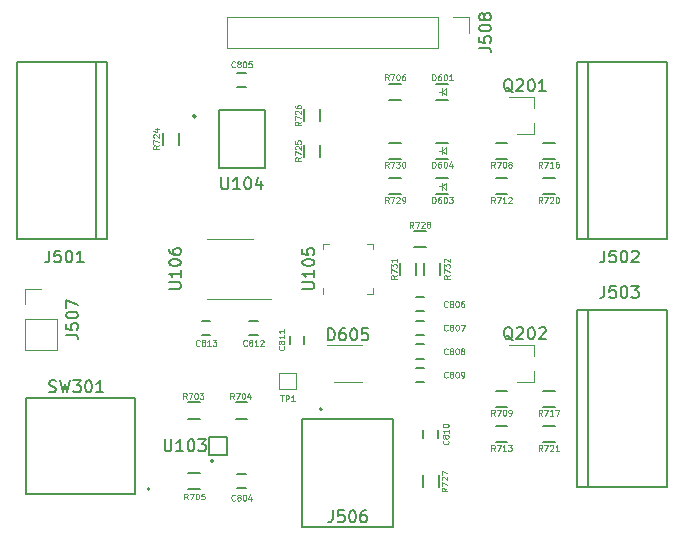
<source format=gto>
G04 #@! TF.GenerationSoftware,KiCad,Pcbnew,5.1.4-e60b266~84~ubuntu18.04.1*
G04 #@! TF.CreationDate,2019-11-15T21:22:24-08:00*
G04 #@! TF.ProjectId,VehicleAccessoryControllerTestBoard,56656869-636c-4654-9163-636573736f72,0.0*
G04 #@! TF.SameCoordinates,PX7829b80PY4c4b400*
G04 #@! TF.FileFunction,Legend,Top*
G04 #@! TF.FilePolarity,Positive*
%FSLAX46Y46*%
G04 Gerber Fmt 4.6, Leading zero omitted, Abs format (unit mm)*
G04 Created by KiCad (PCBNEW 5.1.4-e60b266~84~ubuntu18.04.1) date 2019-11-15 21:22:24*
%MOMM*%
%LPD*%
G04 APERTURE LIST*
%ADD10C,0.150000*%
%ADD11C,0.120000*%
%ADD12C,0.100000*%
%ADD13C,0.125000*%
G04 APERTURE END LIST*
D10*
X13500000Y-32680000D02*
X12500000Y-32680000D01*
X12500000Y-31320000D02*
X13500000Y-31320000D01*
X17500000Y-32680000D02*
X16500000Y-32680000D01*
X16500000Y-31320000D02*
X17500000Y-31320000D01*
X12500000Y-37320000D02*
X13500000Y-37320000D01*
X13500000Y-38680000D02*
X12500000Y-38680000D01*
X29500000Y-4320000D02*
X30500000Y-4320000D01*
X30500000Y-5680000D02*
X29500000Y-5680000D01*
X39500000Y-10680000D02*
X38500000Y-10680000D01*
X38500000Y-9320000D02*
X39500000Y-9320000D01*
X39500000Y-31680000D02*
X38500000Y-31680000D01*
X38500000Y-30320000D02*
X39500000Y-30320000D01*
X39500000Y-13680000D02*
X38500000Y-13680000D01*
X38500000Y-12320000D02*
X39500000Y-12320000D01*
X39500000Y-34680000D02*
X38500000Y-34680000D01*
X38500000Y-33320000D02*
X39500000Y-33320000D01*
X42500000Y-9320000D02*
X43500000Y-9320000D01*
X43500000Y-10680000D02*
X42500000Y-10680000D01*
X42500000Y-30320000D02*
X43500000Y-30320000D01*
X43500000Y-31680000D02*
X42500000Y-31680000D01*
X42500000Y-12320000D02*
X43500000Y-12320000D01*
X43500000Y-13680000D02*
X42500000Y-13680000D01*
X42500000Y-33320000D02*
X43500000Y-33320000D01*
X43500000Y-34680000D02*
X42500000Y-34680000D01*
X10320000Y-9500000D02*
X10320000Y-8500000D01*
X11680000Y-8500000D02*
X11680000Y-9500000D01*
X23680000Y-9500000D02*
X23680000Y-10500000D01*
X22320000Y-10500000D02*
X22320000Y-9500000D01*
X23680000Y-6500000D02*
X23680000Y-7500000D01*
X22320000Y-7500000D02*
X22320000Y-6500000D01*
X32320000Y-38500000D02*
X32320000Y-37500000D01*
X33680000Y-37500000D02*
X33680000Y-38500000D01*
X32600000Y-18180000D02*
X31600000Y-18180000D01*
X31600000Y-16820000D02*
X32600000Y-16820000D01*
X29500000Y-12320000D02*
X30500000Y-12320000D01*
X30500000Y-13680000D02*
X29500000Y-13680000D01*
X29500000Y-9320000D02*
X30500000Y-9320000D01*
X30500000Y-10680000D02*
X29500000Y-10680000D01*
X31780000Y-19500000D02*
X31780000Y-20500000D01*
X30420000Y-20500000D02*
X30420000Y-19500000D01*
X32420000Y-20500000D02*
X32420000Y-19500000D01*
X33780000Y-19500000D02*
X33780000Y-20500000D01*
X22300000Y-25650000D02*
X22300000Y-26350000D01*
X21100000Y-26350000D02*
X21100000Y-25650000D01*
X17350000Y-38600000D02*
X16650000Y-38600000D01*
X16650000Y-37400000D02*
X17350000Y-37400000D01*
X16650000Y-3400000D02*
X17350000Y-3400000D01*
X17350000Y-4600000D02*
X16650000Y-4600000D01*
X32450000Y-23600000D02*
X31750000Y-23600000D01*
X31750000Y-22400000D02*
X32450000Y-22400000D01*
X32450000Y-25600000D02*
X31750000Y-25600000D01*
X31750000Y-24400000D02*
X32450000Y-24400000D01*
X32450000Y-27600000D02*
X31750000Y-27600000D01*
X31750000Y-26400000D02*
X32450000Y-26400000D01*
X32450000Y-29600000D02*
X31750000Y-29600000D01*
X31750000Y-28400000D02*
X32450000Y-28400000D01*
X33600000Y-33650000D02*
X33600000Y-34350000D01*
X32400000Y-34350000D02*
X32400000Y-33650000D01*
X17650000Y-24400000D02*
X18350000Y-24400000D01*
X18350000Y-25600000D02*
X17650000Y-25600000D01*
X14350000Y-25600000D02*
X13650000Y-25600000D01*
X13650000Y-24400000D02*
X14350000Y-24400000D01*
X14250000Y-34250000D02*
X15750000Y-34250000D01*
X15750000Y-34250000D02*
X15750000Y-35750000D01*
X15750000Y-35750000D02*
X14250000Y-35750000D01*
X14250000Y-35750000D02*
X14250000Y-34250000D01*
X14620000Y-36300000D02*
G75*
G03X14620000Y-36300000I-120000J0D01*
G01*
D11*
X36220000Y1330000D02*
X36220000Y0D01*
X34890000Y1330000D02*
X36220000Y1330000D01*
X33620000Y1330000D02*
X33620000Y-1330000D01*
X33620000Y-1330000D02*
X15780000Y-1330000D01*
X33620000Y1330000D02*
X15780000Y1330000D01*
X15780000Y1330000D02*
X15780000Y-1330000D01*
D10*
X15050000Y-6550000D02*
X18950000Y-6550000D01*
X18950000Y-6550000D02*
X18950000Y-11450000D01*
X18950000Y-11450000D02*
X15050000Y-11450000D01*
X15050000Y-11450000D02*
X15050000Y-6550000D01*
X13150000Y-7095000D02*
G75*
G03X13150000Y-7095000I-150000J0D01*
G01*
D12*
X33700000Y-5000000D02*
X34000000Y-5000000D01*
X34000000Y-4700000D02*
X34000000Y-5300000D01*
X34300000Y-5300000D02*
X34000000Y-5000000D01*
X34300000Y-4700000D02*
X34300000Y-5300000D01*
X34000000Y-5000000D02*
X34300000Y-4700000D01*
D10*
X33500000Y-4320000D02*
X34500000Y-4320000D01*
X34500000Y-5680000D02*
X33500000Y-5680000D01*
X34500000Y-13680000D02*
X33500000Y-13680000D01*
X33500000Y-12320000D02*
X34500000Y-12320000D01*
D12*
X34000000Y-13000000D02*
X34300000Y-12700000D01*
X34300000Y-12700000D02*
X34300000Y-13300000D01*
X34300000Y-13300000D02*
X34000000Y-13000000D01*
X34000000Y-12700000D02*
X34000000Y-13300000D01*
X33700000Y-13000000D02*
X34000000Y-13000000D01*
X33700000Y-10000000D02*
X34000000Y-10000000D01*
X34000000Y-9700000D02*
X34000000Y-10300000D01*
X34300000Y-10300000D02*
X34000000Y-10000000D01*
X34300000Y-9700000D02*
X34300000Y-10300000D01*
X34000000Y-10000000D02*
X34300000Y-9700000D01*
D10*
X33500000Y-9320000D02*
X34500000Y-9320000D01*
X34500000Y-10680000D02*
X33500000Y-10680000D01*
D11*
X24800000Y-29550000D02*
X27200000Y-29550000D01*
X27200000Y-26450000D02*
X24250000Y-26450000D01*
D10*
X-2000000Y-2494300D02*
X5620000Y-2494300D01*
X5620000Y-2494300D02*
X5620000Y-17505700D01*
X5620000Y-17505700D02*
X-2000000Y-17505700D01*
X-2000000Y-17505700D02*
X-2000000Y-2494300D01*
X4700000Y-2494300D02*
X4700000Y-17505700D01*
X46300000Y-17505700D02*
X46300000Y-2494300D01*
X53000000Y-2494300D02*
X53000000Y-17505700D01*
X45380000Y-2494300D02*
X53000000Y-2494300D01*
X45380000Y-17505700D02*
X45380000Y-2494300D01*
X53000000Y-17505700D02*
X45380000Y-17505700D01*
X53000000Y-38505700D02*
X45380000Y-38505700D01*
X45380000Y-38505700D02*
X45380000Y-23494300D01*
X45380000Y-23494300D02*
X53000000Y-23494300D01*
X53000000Y-23494300D02*
X53000000Y-38505700D01*
X46300000Y-38505700D02*
X46300000Y-23494300D01*
D11*
X41760000Y-8580000D02*
X40300000Y-8580000D01*
X41760000Y-5420000D02*
X39600000Y-5420000D01*
X41760000Y-5420000D02*
X41760000Y-6350000D01*
X41760000Y-8580000D02*
X41760000Y-7650000D01*
X41760000Y-29580000D02*
X41760000Y-28650000D01*
X41760000Y-26420000D02*
X41760000Y-27350000D01*
X41760000Y-26420000D02*
X39600000Y-26420000D01*
X41760000Y-29580000D02*
X40300000Y-29580000D01*
D10*
X8000000Y-30935000D02*
X8000000Y-39065000D01*
X8000000Y-39065000D02*
X-1270000Y-39065000D01*
X-1270000Y-39065000D02*
X-1270000Y-30935000D01*
X-1270000Y-30935000D02*
X8000000Y-30935000D01*
X9200000Y-38640000D02*
G75*
G03X9200000Y-38640000I-100000J0D01*
G01*
D11*
X23890000Y-18365000D02*
X23890000Y-17890000D01*
X23890000Y-17890000D02*
X24365000Y-17890000D01*
X28110000Y-21635000D02*
X28110000Y-22110000D01*
X28110000Y-22110000D02*
X27635000Y-22110000D01*
X28110000Y-18365000D02*
X28110000Y-17890000D01*
X28110000Y-17890000D02*
X27635000Y-17890000D01*
X23890000Y-21635000D02*
X23890000Y-22110000D01*
X16000000Y-17440000D02*
X14050000Y-17440000D01*
X16000000Y-17440000D02*
X17950000Y-17440000D01*
X16000000Y-22560000D02*
X14050000Y-22560000D01*
X16000000Y-22560000D02*
X19450000Y-22560000D01*
D10*
X23800000Y-31900000D02*
G75*
G03X23800000Y-31900000I-100000J0D01*
G01*
X22150000Y-41880000D02*
X22150000Y-32680000D01*
X29850000Y-41880000D02*
X22150000Y-41880000D01*
X29850000Y-32680000D02*
X29850000Y-41880000D01*
X22150000Y-32680000D02*
X29850000Y-32680000D01*
D11*
X-1330000Y-26870000D02*
X1330000Y-26870000D01*
X-1330000Y-24270000D02*
X-1330000Y-26870000D01*
X1330000Y-24270000D02*
X1330000Y-26870000D01*
X-1330000Y-24270000D02*
X1330000Y-24270000D01*
X-1330000Y-23000000D02*
X-1330000Y-21670000D01*
X-1330000Y-21670000D02*
X0Y-21670000D01*
X20200000Y-28800000D02*
X21600000Y-28800000D01*
X21600000Y-28800000D02*
X21600000Y-30200000D01*
X21600000Y-30200000D02*
X20200000Y-30200000D01*
X20200000Y-30200000D02*
X20200000Y-28800000D01*
D13*
X12340476Y-31026190D02*
X12173809Y-30788095D01*
X12054761Y-31026190D02*
X12054761Y-30526190D01*
X12245238Y-30526190D01*
X12292857Y-30550000D01*
X12316666Y-30573809D01*
X12340476Y-30621428D01*
X12340476Y-30692857D01*
X12316666Y-30740476D01*
X12292857Y-30764285D01*
X12245238Y-30788095D01*
X12054761Y-30788095D01*
X12507142Y-30526190D02*
X12840476Y-30526190D01*
X12626190Y-31026190D01*
X13126190Y-30526190D02*
X13173809Y-30526190D01*
X13221428Y-30550000D01*
X13245238Y-30573809D01*
X13269047Y-30621428D01*
X13292857Y-30716666D01*
X13292857Y-30835714D01*
X13269047Y-30930952D01*
X13245238Y-30978571D01*
X13221428Y-31002380D01*
X13173809Y-31026190D01*
X13126190Y-31026190D01*
X13078571Y-31002380D01*
X13054761Y-30978571D01*
X13030952Y-30930952D01*
X13007142Y-30835714D01*
X13007142Y-30716666D01*
X13030952Y-30621428D01*
X13054761Y-30573809D01*
X13078571Y-30550000D01*
X13126190Y-30526190D01*
X13459523Y-30526190D02*
X13769047Y-30526190D01*
X13602380Y-30716666D01*
X13673809Y-30716666D01*
X13721428Y-30740476D01*
X13745238Y-30764285D01*
X13769047Y-30811904D01*
X13769047Y-30930952D01*
X13745238Y-30978571D01*
X13721428Y-31002380D01*
X13673809Y-31026190D01*
X13530952Y-31026190D01*
X13483333Y-31002380D01*
X13459523Y-30978571D01*
X16340476Y-31026190D02*
X16173809Y-30788095D01*
X16054761Y-31026190D02*
X16054761Y-30526190D01*
X16245238Y-30526190D01*
X16292857Y-30550000D01*
X16316666Y-30573809D01*
X16340476Y-30621428D01*
X16340476Y-30692857D01*
X16316666Y-30740476D01*
X16292857Y-30764285D01*
X16245238Y-30788095D01*
X16054761Y-30788095D01*
X16507142Y-30526190D02*
X16840476Y-30526190D01*
X16626190Y-31026190D01*
X17126190Y-30526190D02*
X17173809Y-30526190D01*
X17221428Y-30550000D01*
X17245238Y-30573809D01*
X17269047Y-30621428D01*
X17292857Y-30716666D01*
X17292857Y-30835714D01*
X17269047Y-30930952D01*
X17245238Y-30978571D01*
X17221428Y-31002380D01*
X17173809Y-31026190D01*
X17126190Y-31026190D01*
X17078571Y-31002380D01*
X17054761Y-30978571D01*
X17030952Y-30930952D01*
X17007142Y-30835714D01*
X17007142Y-30716666D01*
X17030952Y-30621428D01*
X17054761Y-30573809D01*
X17078571Y-30550000D01*
X17126190Y-30526190D01*
X17721428Y-30692857D02*
X17721428Y-31026190D01*
X17602380Y-30502380D02*
X17483333Y-30859523D01*
X17792857Y-30859523D01*
X12440476Y-39526190D02*
X12273809Y-39288095D01*
X12154761Y-39526190D02*
X12154761Y-39026190D01*
X12345238Y-39026190D01*
X12392857Y-39050000D01*
X12416666Y-39073809D01*
X12440476Y-39121428D01*
X12440476Y-39192857D01*
X12416666Y-39240476D01*
X12392857Y-39264285D01*
X12345238Y-39288095D01*
X12154761Y-39288095D01*
X12607142Y-39026190D02*
X12940476Y-39026190D01*
X12726190Y-39526190D01*
X13226190Y-39026190D02*
X13273809Y-39026190D01*
X13321428Y-39050000D01*
X13345238Y-39073809D01*
X13369047Y-39121428D01*
X13392857Y-39216666D01*
X13392857Y-39335714D01*
X13369047Y-39430952D01*
X13345238Y-39478571D01*
X13321428Y-39502380D01*
X13273809Y-39526190D01*
X13226190Y-39526190D01*
X13178571Y-39502380D01*
X13154761Y-39478571D01*
X13130952Y-39430952D01*
X13107142Y-39335714D01*
X13107142Y-39216666D01*
X13130952Y-39121428D01*
X13154761Y-39073809D01*
X13178571Y-39050000D01*
X13226190Y-39026190D01*
X13845238Y-39026190D02*
X13607142Y-39026190D01*
X13583333Y-39264285D01*
X13607142Y-39240476D01*
X13654761Y-39216666D01*
X13773809Y-39216666D01*
X13821428Y-39240476D01*
X13845238Y-39264285D01*
X13869047Y-39311904D01*
X13869047Y-39430952D01*
X13845238Y-39478571D01*
X13821428Y-39502380D01*
X13773809Y-39526190D01*
X13654761Y-39526190D01*
X13607142Y-39502380D01*
X13583333Y-39478571D01*
X29440476Y-4026190D02*
X29273809Y-3788095D01*
X29154761Y-4026190D02*
X29154761Y-3526190D01*
X29345238Y-3526190D01*
X29392857Y-3550000D01*
X29416666Y-3573809D01*
X29440476Y-3621428D01*
X29440476Y-3692857D01*
X29416666Y-3740476D01*
X29392857Y-3764285D01*
X29345238Y-3788095D01*
X29154761Y-3788095D01*
X29607142Y-3526190D02*
X29940476Y-3526190D01*
X29726190Y-4026190D01*
X30226190Y-3526190D02*
X30273809Y-3526190D01*
X30321428Y-3550000D01*
X30345238Y-3573809D01*
X30369047Y-3621428D01*
X30392857Y-3716666D01*
X30392857Y-3835714D01*
X30369047Y-3930952D01*
X30345238Y-3978571D01*
X30321428Y-4002380D01*
X30273809Y-4026190D01*
X30226190Y-4026190D01*
X30178571Y-4002380D01*
X30154761Y-3978571D01*
X30130952Y-3930952D01*
X30107142Y-3835714D01*
X30107142Y-3716666D01*
X30130952Y-3621428D01*
X30154761Y-3573809D01*
X30178571Y-3550000D01*
X30226190Y-3526190D01*
X30821428Y-3526190D02*
X30726190Y-3526190D01*
X30678571Y-3550000D01*
X30654761Y-3573809D01*
X30607142Y-3645238D01*
X30583333Y-3740476D01*
X30583333Y-3930952D01*
X30607142Y-3978571D01*
X30630952Y-4002380D01*
X30678571Y-4026190D01*
X30773809Y-4026190D01*
X30821428Y-4002380D01*
X30845238Y-3978571D01*
X30869047Y-3930952D01*
X30869047Y-3811904D01*
X30845238Y-3764285D01*
X30821428Y-3740476D01*
X30773809Y-3716666D01*
X30678571Y-3716666D01*
X30630952Y-3740476D01*
X30607142Y-3764285D01*
X30583333Y-3811904D01*
X38440476Y-11426190D02*
X38273809Y-11188095D01*
X38154761Y-11426190D02*
X38154761Y-10926190D01*
X38345238Y-10926190D01*
X38392857Y-10950000D01*
X38416666Y-10973809D01*
X38440476Y-11021428D01*
X38440476Y-11092857D01*
X38416666Y-11140476D01*
X38392857Y-11164285D01*
X38345238Y-11188095D01*
X38154761Y-11188095D01*
X38607142Y-10926190D02*
X38940476Y-10926190D01*
X38726190Y-11426190D01*
X39226190Y-10926190D02*
X39273809Y-10926190D01*
X39321428Y-10950000D01*
X39345238Y-10973809D01*
X39369047Y-11021428D01*
X39392857Y-11116666D01*
X39392857Y-11235714D01*
X39369047Y-11330952D01*
X39345238Y-11378571D01*
X39321428Y-11402380D01*
X39273809Y-11426190D01*
X39226190Y-11426190D01*
X39178571Y-11402380D01*
X39154761Y-11378571D01*
X39130952Y-11330952D01*
X39107142Y-11235714D01*
X39107142Y-11116666D01*
X39130952Y-11021428D01*
X39154761Y-10973809D01*
X39178571Y-10950000D01*
X39226190Y-10926190D01*
X39678571Y-11140476D02*
X39630952Y-11116666D01*
X39607142Y-11092857D01*
X39583333Y-11045238D01*
X39583333Y-11021428D01*
X39607142Y-10973809D01*
X39630952Y-10950000D01*
X39678571Y-10926190D01*
X39773809Y-10926190D01*
X39821428Y-10950000D01*
X39845238Y-10973809D01*
X39869047Y-11021428D01*
X39869047Y-11045238D01*
X39845238Y-11092857D01*
X39821428Y-11116666D01*
X39773809Y-11140476D01*
X39678571Y-11140476D01*
X39630952Y-11164285D01*
X39607142Y-11188095D01*
X39583333Y-11235714D01*
X39583333Y-11330952D01*
X39607142Y-11378571D01*
X39630952Y-11402380D01*
X39678571Y-11426190D01*
X39773809Y-11426190D01*
X39821428Y-11402380D01*
X39845238Y-11378571D01*
X39869047Y-11330952D01*
X39869047Y-11235714D01*
X39845238Y-11188095D01*
X39821428Y-11164285D01*
X39773809Y-11140476D01*
X38440476Y-32426190D02*
X38273809Y-32188095D01*
X38154761Y-32426190D02*
X38154761Y-31926190D01*
X38345238Y-31926190D01*
X38392857Y-31950000D01*
X38416666Y-31973809D01*
X38440476Y-32021428D01*
X38440476Y-32092857D01*
X38416666Y-32140476D01*
X38392857Y-32164285D01*
X38345238Y-32188095D01*
X38154761Y-32188095D01*
X38607142Y-31926190D02*
X38940476Y-31926190D01*
X38726190Y-32426190D01*
X39226190Y-31926190D02*
X39273809Y-31926190D01*
X39321428Y-31950000D01*
X39345238Y-31973809D01*
X39369047Y-32021428D01*
X39392857Y-32116666D01*
X39392857Y-32235714D01*
X39369047Y-32330952D01*
X39345238Y-32378571D01*
X39321428Y-32402380D01*
X39273809Y-32426190D01*
X39226190Y-32426190D01*
X39178571Y-32402380D01*
X39154761Y-32378571D01*
X39130952Y-32330952D01*
X39107142Y-32235714D01*
X39107142Y-32116666D01*
X39130952Y-32021428D01*
X39154761Y-31973809D01*
X39178571Y-31950000D01*
X39226190Y-31926190D01*
X39630952Y-32426190D02*
X39726190Y-32426190D01*
X39773809Y-32402380D01*
X39797619Y-32378571D01*
X39845238Y-32307142D01*
X39869047Y-32211904D01*
X39869047Y-32021428D01*
X39845238Y-31973809D01*
X39821428Y-31950000D01*
X39773809Y-31926190D01*
X39678571Y-31926190D01*
X39630952Y-31950000D01*
X39607142Y-31973809D01*
X39583333Y-32021428D01*
X39583333Y-32140476D01*
X39607142Y-32188095D01*
X39630952Y-32211904D01*
X39678571Y-32235714D01*
X39773809Y-32235714D01*
X39821428Y-32211904D01*
X39845238Y-32188095D01*
X39869047Y-32140476D01*
X38440476Y-14426190D02*
X38273809Y-14188095D01*
X38154761Y-14426190D02*
X38154761Y-13926190D01*
X38345238Y-13926190D01*
X38392857Y-13950000D01*
X38416666Y-13973809D01*
X38440476Y-14021428D01*
X38440476Y-14092857D01*
X38416666Y-14140476D01*
X38392857Y-14164285D01*
X38345238Y-14188095D01*
X38154761Y-14188095D01*
X38607142Y-13926190D02*
X38940476Y-13926190D01*
X38726190Y-14426190D01*
X39392857Y-14426190D02*
X39107142Y-14426190D01*
X39250000Y-14426190D02*
X39250000Y-13926190D01*
X39202380Y-13997619D01*
X39154761Y-14045238D01*
X39107142Y-14069047D01*
X39583333Y-13973809D02*
X39607142Y-13950000D01*
X39654761Y-13926190D01*
X39773809Y-13926190D01*
X39821428Y-13950000D01*
X39845238Y-13973809D01*
X39869047Y-14021428D01*
X39869047Y-14069047D01*
X39845238Y-14140476D01*
X39559523Y-14426190D01*
X39869047Y-14426190D01*
X38440476Y-35426190D02*
X38273809Y-35188095D01*
X38154761Y-35426190D02*
X38154761Y-34926190D01*
X38345238Y-34926190D01*
X38392857Y-34950000D01*
X38416666Y-34973809D01*
X38440476Y-35021428D01*
X38440476Y-35092857D01*
X38416666Y-35140476D01*
X38392857Y-35164285D01*
X38345238Y-35188095D01*
X38154761Y-35188095D01*
X38607142Y-34926190D02*
X38940476Y-34926190D01*
X38726190Y-35426190D01*
X39392857Y-35426190D02*
X39107142Y-35426190D01*
X39250000Y-35426190D02*
X39250000Y-34926190D01*
X39202380Y-34997619D01*
X39154761Y-35045238D01*
X39107142Y-35069047D01*
X39559523Y-34926190D02*
X39869047Y-34926190D01*
X39702380Y-35116666D01*
X39773809Y-35116666D01*
X39821428Y-35140476D01*
X39845238Y-35164285D01*
X39869047Y-35211904D01*
X39869047Y-35330952D01*
X39845238Y-35378571D01*
X39821428Y-35402380D01*
X39773809Y-35426190D01*
X39630952Y-35426190D01*
X39583333Y-35402380D01*
X39559523Y-35378571D01*
X42440476Y-11426190D02*
X42273809Y-11188095D01*
X42154761Y-11426190D02*
X42154761Y-10926190D01*
X42345238Y-10926190D01*
X42392857Y-10950000D01*
X42416666Y-10973809D01*
X42440476Y-11021428D01*
X42440476Y-11092857D01*
X42416666Y-11140476D01*
X42392857Y-11164285D01*
X42345238Y-11188095D01*
X42154761Y-11188095D01*
X42607142Y-10926190D02*
X42940476Y-10926190D01*
X42726190Y-11426190D01*
X43392857Y-11426190D02*
X43107142Y-11426190D01*
X43250000Y-11426190D02*
X43250000Y-10926190D01*
X43202380Y-10997619D01*
X43154761Y-11045238D01*
X43107142Y-11069047D01*
X43821428Y-10926190D02*
X43726190Y-10926190D01*
X43678571Y-10950000D01*
X43654761Y-10973809D01*
X43607142Y-11045238D01*
X43583333Y-11140476D01*
X43583333Y-11330952D01*
X43607142Y-11378571D01*
X43630952Y-11402380D01*
X43678571Y-11426190D01*
X43773809Y-11426190D01*
X43821428Y-11402380D01*
X43845238Y-11378571D01*
X43869047Y-11330952D01*
X43869047Y-11211904D01*
X43845238Y-11164285D01*
X43821428Y-11140476D01*
X43773809Y-11116666D01*
X43678571Y-11116666D01*
X43630952Y-11140476D01*
X43607142Y-11164285D01*
X43583333Y-11211904D01*
X42440476Y-32426190D02*
X42273809Y-32188095D01*
X42154761Y-32426190D02*
X42154761Y-31926190D01*
X42345238Y-31926190D01*
X42392857Y-31950000D01*
X42416666Y-31973809D01*
X42440476Y-32021428D01*
X42440476Y-32092857D01*
X42416666Y-32140476D01*
X42392857Y-32164285D01*
X42345238Y-32188095D01*
X42154761Y-32188095D01*
X42607142Y-31926190D02*
X42940476Y-31926190D01*
X42726190Y-32426190D01*
X43392857Y-32426190D02*
X43107142Y-32426190D01*
X43250000Y-32426190D02*
X43250000Y-31926190D01*
X43202380Y-31997619D01*
X43154761Y-32045238D01*
X43107142Y-32069047D01*
X43559523Y-31926190D02*
X43892857Y-31926190D01*
X43678571Y-32426190D01*
X42440476Y-14426190D02*
X42273809Y-14188095D01*
X42154761Y-14426190D02*
X42154761Y-13926190D01*
X42345238Y-13926190D01*
X42392857Y-13950000D01*
X42416666Y-13973809D01*
X42440476Y-14021428D01*
X42440476Y-14092857D01*
X42416666Y-14140476D01*
X42392857Y-14164285D01*
X42345238Y-14188095D01*
X42154761Y-14188095D01*
X42607142Y-13926190D02*
X42940476Y-13926190D01*
X42726190Y-14426190D01*
X43107142Y-13973809D02*
X43130952Y-13950000D01*
X43178571Y-13926190D01*
X43297619Y-13926190D01*
X43345238Y-13950000D01*
X43369047Y-13973809D01*
X43392857Y-14021428D01*
X43392857Y-14069047D01*
X43369047Y-14140476D01*
X43083333Y-14426190D01*
X43392857Y-14426190D01*
X43702380Y-13926190D02*
X43750000Y-13926190D01*
X43797619Y-13950000D01*
X43821428Y-13973809D01*
X43845238Y-14021428D01*
X43869047Y-14116666D01*
X43869047Y-14235714D01*
X43845238Y-14330952D01*
X43821428Y-14378571D01*
X43797619Y-14402380D01*
X43750000Y-14426190D01*
X43702380Y-14426190D01*
X43654761Y-14402380D01*
X43630952Y-14378571D01*
X43607142Y-14330952D01*
X43583333Y-14235714D01*
X43583333Y-14116666D01*
X43607142Y-14021428D01*
X43630952Y-13973809D01*
X43654761Y-13950000D01*
X43702380Y-13926190D01*
X42440476Y-35426190D02*
X42273809Y-35188095D01*
X42154761Y-35426190D02*
X42154761Y-34926190D01*
X42345238Y-34926190D01*
X42392857Y-34950000D01*
X42416666Y-34973809D01*
X42440476Y-35021428D01*
X42440476Y-35092857D01*
X42416666Y-35140476D01*
X42392857Y-35164285D01*
X42345238Y-35188095D01*
X42154761Y-35188095D01*
X42607142Y-34926190D02*
X42940476Y-34926190D01*
X42726190Y-35426190D01*
X43107142Y-34973809D02*
X43130952Y-34950000D01*
X43178571Y-34926190D01*
X43297619Y-34926190D01*
X43345238Y-34950000D01*
X43369047Y-34973809D01*
X43392857Y-35021428D01*
X43392857Y-35069047D01*
X43369047Y-35140476D01*
X43083333Y-35426190D01*
X43392857Y-35426190D01*
X43869047Y-35426190D02*
X43583333Y-35426190D01*
X43726190Y-35426190D02*
X43726190Y-34926190D01*
X43678571Y-34997619D01*
X43630952Y-35045238D01*
X43583333Y-35069047D01*
X10026190Y-9559523D02*
X9788095Y-9726190D01*
X10026190Y-9845238D02*
X9526190Y-9845238D01*
X9526190Y-9654761D01*
X9550000Y-9607142D01*
X9573809Y-9583333D01*
X9621428Y-9559523D01*
X9692857Y-9559523D01*
X9740476Y-9583333D01*
X9764285Y-9607142D01*
X9788095Y-9654761D01*
X9788095Y-9845238D01*
X9526190Y-9392857D02*
X9526190Y-9059523D01*
X10026190Y-9273809D01*
X9573809Y-8892857D02*
X9550000Y-8869047D01*
X9526190Y-8821428D01*
X9526190Y-8702380D01*
X9550000Y-8654761D01*
X9573809Y-8630952D01*
X9621428Y-8607142D01*
X9669047Y-8607142D01*
X9740476Y-8630952D01*
X10026190Y-8916666D01*
X10026190Y-8607142D01*
X9692857Y-8178571D02*
X10026190Y-8178571D01*
X9502380Y-8297619D02*
X9859523Y-8416666D01*
X9859523Y-8107142D01*
X22026190Y-10559523D02*
X21788095Y-10726190D01*
X22026190Y-10845238D02*
X21526190Y-10845238D01*
X21526190Y-10654761D01*
X21550000Y-10607142D01*
X21573809Y-10583333D01*
X21621428Y-10559523D01*
X21692857Y-10559523D01*
X21740476Y-10583333D01*
X21764285Y-10607142D01*
X21788095Y-10654761D01*
X21788095Y-10845238D01*
X21526190Y-10392857D02*
X21526190Y-10059523D01*
X22026190Y-10273809D01*
X21573809Y-9892857D02*
X21550000Y-9869047D01*
X21526190Y-9821428D01*
X21526190Y-9702380D01*
X21550000Y-9654761D01*
X21573809Y-9630952D01*
X21621428Y-9607142D01*
X21669047Y-9607142D01*
X21740476Y-9630952D01*
X22026190Y-9916666D01*
X22026190Y-9607142D01*
X21526190Y-9154761D02*
X21526190Y-9392857D01*
X21764285Y-9416666D01*
X21740476Y-9392857D01*
X21716666Y-9345238D01*
X21716666Y-9226190D01*
X21740476Y-9178571D01*
X21764285Y-9154761D01*
X21811904Y-9130952D01*
X21930952Y-9130952D01*
X21978571Y-9154761D01*
X22002380Y-9178571D01*
X22026190Y-9226190D01*
X22026190Y-9345238D01*
X22002380Y-9392857D01*
X21978571Y-9416666D01*
X22026190Y-7559523D02*
X21788095Y-7726190D01*
X22026190Y-7845238D02*
X21526190Y-7845238D01*
X21526190Y-7654761D01*
X21550000Y-7607142D01*
X21573809Y-7583333D01*
X21621428Y-7559523D01*
X21692857Y-7559523D01*
X21740476Y-7583333D01*
X21764285Y-7607142D01*
X21788095Y-7654761D01*
X21788095Y-7845238D01*
X21526190Y-7392857D02*
X21526190Y-7059523D01*
X22026190Y-7273809D01*
X21573809Y-6892857D02*
X21550000Y-6869047D01*
X21526190Y-6821428D01*
X21526190Y-6702380D01*
X21550000Y-6654761D01*
X21573809Y-6630952D01*
X21621428Y-6607142D01*
X21669047Y-6607142D01*
X21740476Y-6630952D01*
X22026190Y-6916666D01*
X22026190Y-6607142D01*
X21526190Y-6178571D02*
X21526190Y-6273809D01*
X21550000Y-6321428D01*
X21573809Y-6345238D01*
X21645238Y-6392857D01*
X21740476Y-6416666D01*
X21930952Y-6416666D01*
X21978571Y-6392857D01*
X22002380Y-6369047D01*
X22026190Y-6321428D01*
X22026190Y-6226190D01*
X22002380Y-6178571D01*
X21978571Y-6154761D01*
X21930952Y-6130952D01*
X21811904Y-6130952D01*
X21764285Y-6154761D01*
X21740476Y-6178571D01*
X21716666Y-6226190D01*
X21716666Y-6321428D01*
X21740476Y-6369047D01*
X21764285Y-6392857D01*
X21811904Y-6416666D01*
X34426190Y-38559523D02*
X34188095Y-38726190D01*
X34426190Y-38845238D02*
X33926190Y-38845238D01*
X33926190Y-38654761D01*
X33950000Y-38607142D01*
X33973809Y-38583333D01*
X34021428Y-38559523D01*
X34092857Y-38559523D01*
X34140476Y-38583333D01*
X34164285Y-38607142D01*
X34188095Y-38654761D01*
X34188095Y-38845238D01*
X33926190Y-38392857D02*
X33926190Y-38059523D01*
X34426190Y-38273809D01*
X33973809Y-37892857D02*
X33950000Y-37869047D01*
X33926190Y-37821428D01*
X33926190Y-37702380D01*
X33950000Y-37654761D01*
X33973809Y-37630952D01*
X34021428Y-37607142D01*
X34069047Y-37607142D01*
X34140476Y-37630952D01*
X34426190Y-37916666D01*
X34426190Y-37607142D01*
X33926190Y-37440476D02*
X33926190Y-37107142D01*
X34426190Y-37321428D01*
X31540476Y-16526190D02*
X31373809Y-16288095D01*
X31254761Y-16526190D02*
X31254761Y-16026190D01*
X31445238Y-16026190D01*
X31492857Y-16050000D01*
X31516666Y-16073809D01*
X31540476Y-16121428D01*
X31540476Y-16192857D01*
X31516666Y-16240476D01*
X31492857Y-16264285D01*
X31445238Y-16288095D01*
X31254761Y-16288095D01*
X31707142Y-16026190D02*
X32040476Y-16026190D01*
X31826190Y-16526190D01*
X32207142Y-16073809D02*
X32230952Y-16050000D01*
X32278571Y-16026190D01*
X32397619Y-16026190D01*
X32445238Y-16050000D01*
X32469047Y-16073809D01*
X32492857Y-16121428D01*
X32492857Y-16169047D01*
X32469047Y-16240476D01*
X32183333Y-16526190D01*
X32492857Y-16526190D01*
X32778571Y-16240476D02*
X32730952Y-16216666D01*
X32707142Y-16192857D01*
X32683333Y-16145238D01*
X32683333Y-16121428D01*
X32707142Y-16073809D01*
X32730952Y-16050000D01*
X32778571Y-16026190D01*
X32873809Y-16026190D01*
X32921428Y-16050000D01*
X32945238Y-16073809D01*
X32969047Y-16121428D01*
X32969047Y-16145238D01*
X32945238Y-16192857D01*
X32921428Y-16216666D01*
X32873809Y-16240476D01*
X32778571Y-16240476D01*
X32730952Y-16264285D01*
X32707142Y-16288095D01*
X32683333Y-16335714D01*
X32683333Y-16430952D01*
X32707142Y-16478571D01*
X32730952Y-16502380D01*
X32778571Y-16526190D01*
X32873809Y-16526190D01*
X32921428Y-16502380D01*
X32945238Y-16478571D01*
X32969047Y-16430952D01*
X32969047Y-16335714D01*
X32945238Y-16288095D01*
X32921428Y-16264285D01*
X32873809Y-16240476D01*
X29440476Y-14426190D02*
X29273809Y-14188095D01*
X29154761Y-14426190D02*
X29154761Y-13926190D01*
X29345238Y-13926190D01*
X29392857Y-13950000D01*
X29416666Y-13973809D01*
X29440476Y-14021428D01*
X29440476Y-14092857D01*
X29416666Y-14140476D01*
X29392857Y-14164285D01*
X29345238Y-14188095D01*
X29154761Y-14188095D01*
X29607142Y-13926190D02*
X29940476Y-13926190D01*
X29726190Y-14426190D01*
X30107142Y-13973809D02*
X30130952Y-13950000D01*
X30178571Y-13926190D01*
X30297619Y-13926190D01*
X30345238Y-13950000D01*
X30369047Y-13973809D01*
X30392857Y-14021428D01*
X30392857Y-14069047D01*
X30369047Y-14140476D01*
X30083333Y-14426190D01*
X30392857Y-14426190D01*
X30630952Y-14426190D02*
X30726190Y-14426190D01*
X30773809Y-14402380D01*
X30797619Y-14378571D01*
X30845238Y-14307142D01*
X30869047Y-14211904D01*
X30869047Y-14021428D01*
X30845238Y-13973809D01*
X30821428Y-13950000D01*
X30773809Y-13926190D01*
X30678571Y-13926190D01*
X30630952Y-13950000D01*
X30607142Y-13973809D01*
X30583333Y-14021428D01*
X30583333Y-14140476D01*
X30607142Y-14188095D01*
X30630952Y-14211904D01*
X30678571Y-14235714D01*
X30773809Y-14235714D01*
X30821428Y-14211904D01*
X30845238Y-14188095D01*
X30869047Y-14140476D01*
X29440476Y-11426190D02*
X29273809Y-11188095D01*
X29154761Y-11426190D02*
X29154761Y-10926190D01*
X29345238Y-10926190D01*
X29392857Y-10950000D01*
X29416666Y-10973809D01*
X29440476Y-11021428D01*
X29440476Y-11092857D01*
X29416666Y-11140476D01*
X29392857Y-11164285D01*
X29345238Y-11188095D01*
X29154761Y-11188095D01*
X29607142Y-10926190D02*
X29940476Y-10926190D01*
X29726190Y-11426190D01*
X30083333Y-10926190D02*
X30392857Y-10926190D01*
X30226190Y-11116666D01*
X30297619Y-11116666D01*
X30345238Y-11140476D01*
X30369047Y-11164285D01*
X30392857Y-11211904D01*
X30392857Y-11330952D01*
X30369047Y-11378571D01*
X30345238Y-11402380D01*
X30297619Y-11426190D01*
X30154761Y-11426190D01*
X30107142Y-11402380D01*
X30083333Y-11378571D01*
X30702380Y-10926190D02*
X30750000Y-10926190D01*
X30797619Y-10950000D01*
X30821428Y-10973809D01*
X30845238Y-11021428D01*
X30869047Y-11116666D01*
X30869047Y-11235714D01*
X30845238Y-11330952D01*
X30821428Y-11378571D01*
X30797619Y-11402380D01*
X30750000Y-11426190D01*
X30702380Y-11426190D01*
X30654761Y-11402380D01*
X30630952Y-11378571D01*
X30607142Y-11330952D01*
X30583333Y-11235714D01*
X30583333Y-11116666D01*
X30607142Y-11021428D01*
X30630952Y-10973809D01*
X30654761Y-10950000D01*
X30702380Y-10926190D01*
X30126190Y-20559523D02*
X29888095Y-20726190D01*
X30126190Y-20845238D02*
X29626190Y-20845238D01*
X29626190Y-20654761D01*
X29650000Y-20607142D01*
X29673809Y-20583333D01*
X29721428Y-20559523D01*
X29792857Y-20559523D01*
X29840476Y-20583333D01*
X29864285Y-20607142D01*
X29888095Y-20654761D01*
X29888095Y-20845238D01*
X29626190Y-20392857D02*
X29626190Y-20059523D01*
X30126190Y-20273809D01*
X29626190Y-19916666D02*
X29626190Y-19607142D01*
X29816666Y-19773809D01*
X29816666Y-19702380D01*
X29840476Y-19654761D01*
X29864285Y-19630952D01*
X29911904Y-19607142D01*
X30030952Y-19607142D01*
X30078571Y-19630952D01*
X30102380Y-19654761D01*
X30126190Y-19702380D01*
X30126190Y-19845238D01*
X30102380Y-19892857D01*
X30078571Y-19916666D01*
X30126190Y-19130952D02*
X30126190Y-19416666D01*
X30126190Y-19273809D02*
X29626190Y-19273809D01*
X29697619Y-19321428D01*
X29745238Y-19369047D01*
X29769047Y-19416666D01*
X34626190Y-20559523D02*
X34388095Y-20726190D01*
X34626190Y-20845238D02*
X34126190Y-20845238D01*
X34126190Y-20654761D01*
X34150000Y-20607142D01*
X34173809Y-20583333D01*
X34221428Y-20559523D01*
X34292857Y-20559523D01*
X34340476Y-20583333D01*
X34364285Y-20607142D01*
X34388095Y-20654761D01*
X34388095Y-20845238D01*
X34126190Y-20392857D02*
X34126190Y-20059523D01*
X34626190Y-20273809D01*
X34126190Y-19916666D02*
X34126190Y-19607142D01*
X34316666Y-19773809D01*
X34316666Y-19702380D01*
X34340476Y-19654761D01*
X34364285Y-19630952D01*
X34411904Y-19607142D01*
X34530952Y-19607142D01*
X34578571Y-19630952D01*
X34602380Y-19654761D01*
X34626190Y-19702380D01*
X34626190Y-19845238D01*
X34602380Y-19892857D01*
X34578571Y-19916666D01*
X34173809Y-19416666D02*
X34150000Y-19392857D01*
X34126190Y-19345238D01*
X34126190Y-19226190D01*
X34150000Y-19178571D01*
X34173809Y-19154761D01*
X34221428Y-19130952D01*
X34269047Y-19130952D01*
X34340476Y-19154761D01*
X34626190Y-19440476D01*
X34626190Y-19130952D01*
X20578571Y-26559523D02*
X20602380Y-26583333D01*
X20626190Y-26654761D01*
X20626190Y-26702380D01*
X20602380Y-26773809D01*
X20554761Y-26821428D01*
X20507142Y-26845238D01*
X20411904Y-26869047D01*
X20340476Y-26869047D01*
X20245238Y-26845238D01*
X20197619Y-26821428D01*
X20150000Y-26773809D01*
X20126190Y-26702380D01*
X20126190Y-26654761D01*
X20150000Y-26583333D01*
X20173809Y-26559523D01*
X20340476Y-26273809D02*
X20316666Y-26321428D01*
X20292857Y-26345238D01*
X20245238Y-26369047D01*
X20221428Y-26369047D01*
X20173809Y-26345238D01*
X20150000Y-26321428D01*
X20126190Y-26273809D01*
X20126190Y-26178571D01*
X20150000Y-26130952D01*
X20173809Y-26107142D01*
X20221428Y-26083333D01*
X20245238Y-26083333D01*
X20292857Y-26107142D01*
X20316666Y-26130952D01*
X20340476Y-26178571D01*
X20340476Y-26273809D01*
X20364285Y-26321428D01*
X20388095Y-26345238D01*
X20435714Y-26369047D01*
X20530952Y-26369047D01*
X20578571Y-26345238D01*
X20602380Y-26321428D01*
X20626190Y-26273809D01*
X20626190Y-26178571D01*
X20602380Y-26130952D01*
X20578571Y-26107142D01*
X20530952Y-26083333D01*
X20435714Y-26083333D01*
X20388095Y-26107142D01*
X20364285Y-26130952D01*
X20340476Y-26178571D01*
X20626190Y-25607142D02*
X20626190Y-25892857D01*
X20626190Y-25750000D02*
X20126190Y-25750000D01*
X20197619Y-25797619D01*
X20245238Y-25845238D01*
X20269047Y-25892857D01*
X20626190Y-25130952D02*
X20626190Y-25416666D01*
X20626190Y-25273809D02*
X20126190Y-25273809D01*
X20197619Y-25321428D01*
X20245238Y-25369047D01*
X20269047Y-25416666D01*
X16440476Y-39578571D02*
X16416666Y-39602380D01*
X16345238Y-39626190D01*
X16297619Y-39626190D01*
X16226190Y-39602380D01*
X16178571Y-39554761D01*
X16154761Y-39507142D01*
X16130952Y-39411904D01*
X16130952Y-39340476D01*
X16154761Y-39245238D01*
X16178571Y-39197619D01*
X16226190Y-39150000D01*
X16297619Y-39126190D01*
X16345238Y-39126190D01*
X16416666Y-39150000D01*
X16440476Y-39173809D01*
X16726190Y-39340476D02*
X16678571Y-39316666D01*
X16654761Y-39292857D01*
X16630952Y-39245238D01*
X16630952Y-39221428D01*
X16654761Y-39173809D01*
X16678571Y-39150000D01*
X16726190Y-39126190D01*
X16821428Y-39126190D01*
X16869047Y-39150000D01*
X16892857Y-39173809D01*
X16916666Y-39221428D01*
X16916666Y-39245238D01*
X16892857Y-39292857D01*
X16869047Y-39316666D01*
X16821428Y-39340476D01*
X16726190Y-39340476D01*
X16678571Y-39364285D01*
X16654761Y-39388095D01*
X16630952Y-39435714D01*
X16630952Y-39530952D01*
X16654761Y-39578571D01*
X16678571Y-39602380D01*
X16726190Y-39626190D01*
X16821428Y-39626190D01*
X16869047Y-39602380D01*
X16892857Y-39578571D01*
X16916666Y-39530952D01*
X16916666Y-39435714D01*
X16892857Y-39388095D01*
X16869047Y-39364285D01*
X16821428Y-39340476D01*
X17226190Y-39126190D02*
X17273809Y-39126190D01*
X17321428Y-39150000D01*
X17345238Y-39173809D01*
X17369047Y-39221428D01*
X17392857Y-39316666D01*
X17392857Y-39435714D01*
X17369047Y-39530952D01*
X17345238Y-39578571D01*
X17321428Y-39602380D01*
X17273809Y-39626190D01*
X17226190Y-39626190D01*
X17178571Y-39602380D01*
X17154761Y-39578571D01*
X17130952Y-39530952D01*
X17107142Y-39435714D01*
X17107142Y-39316666D01*
X17130952Y-39221428D01*
X17154761Y-39173809D01*
X17178571Y-39150000D01*
X17226190Y-39126190D01*
X17821428Y-39292857D02*
X17821428Y-39626190D01*
X17702380Y-39102380D02*
X17583333Y-39459523D01*
X17892857Y-39459523D01*
X16440476Y-2878571D02*
X16416666Y-2902380D01*
X16345238Y-2926190D01*
X16297619Y-2926190D01*
X16226190Y-2902380D01*
X16178571Y-2854761D01*
X16154761Y-2807142D01*
X16130952Y-2711904D01*
X16130952Y-2640476D01*
X16154761Y-2545238D01*
X16178571Y-2497619D01*
X16226190Y-2450000D01*
X16297619Y-2426190D01*
X16345238Y-2426190D01*
X16416666Y-2450000D01*
X16440476Y-2473809D01*
X16726190Y-2640476D02*
X16678571Y-2616666D01*
X16654761Y-2592857D01*
X16630952Y-2545238D01*
X16630952Y-2521428D01*
X16654761Y-2473809D01*
X16678571Y-2450000D01*
X16726190Y-2426190D01*
X16821428Y-2426190D01*
X16869047Y-2450000D01*
X16892857Y-2473809D01*
X16916666Y-2521428D01*
X16916666Y-2545238D01*
X16892857Y-2592857D01*
X16869047Y-2616666D01*
X16821428Y-2640476D01*
X16726190Y-2640476D01*
X16678571Y-2664285D01*
X16654761Y-2688095D01*
X16630952Y-2735714D01*
X16630952Y-2830952D01*
X16654761Y-2878571D01*
X16678571Y-2902380D01*
X16726190Y-2926190D01*
X16821428Y-2926190D01*
X16869047Y-2902380D01*
X16892857Y-2878571D01*
X16916666Y-2830952D01*
X16916666Y-2735714D01*
X16892857Y-2688095D01*
X16869047Y-2664285D01*
X16821428Y-2640476D01*
X17226190Y-2426190D02*
X17273809Y-2426190D01*
X17321428Y-2450000D01*
X17345238Y-2473809D01*
X17369047Y-2521428D01*
X17392857Y-2616666D01*
X17392857Y-2735714D01*
X17369047Y-2830952D01*
X17345238Y-2878571D01*
X17321428Y-2902380D01*
X17273809Y-2926190D01*
X17226190Y-2926190D01*
X17178571Y-2902380D01*
X17154761Y-2878571D01*
X17130952Y-2830952D01*
X17107142Y-2735714D01*
X17107142Y-2616666D01*
X17130952Y-2521428D01*
X17154761Y-2473809D01*
X17178571Y-2450000D01*
X17226190Y-2426190D01*
X17845238Y-2426190D02*
X17607142Y-2426190D01*
X17583333Y-2664285D01*
X17607142Y-2640476D01*
X17654761Y-2616666D01*
X17773809Y-2616666D01*
X17821428Y-2640476D01*
X17845238Y-2664285D01*
X17869047Y-2711904D01*
X17869047Y-2830952D01*
X17845238Y-2878571D01*
X17821428Y-2902380D01*
X17773809Y-2926190D01*
X17654761Y-2926190D01*
X17607142Y-2902380D01*
X17583333Y-2878571D01*
X34440476Y-23178571D02*
X34416666Y-23202380D01*
X34345238Y-23226190D01*
X34297619Y-23226190D01*
X34226190Y-23202380D01*
X34178571Y-23154761D01*
X34154761Y-23107142D01*
X34130952Y-23011904D01*
X34130952Y-22940476D01*
X34154761Y-22845238D01*
X34178571Y-22797619D01*
X34226190Y-22750000D01*
X34297619Y-22726190D01*
X34345238Y-22726190D01*
X34416666Y-22750000D01*
X34440476Y-22773809D01*
X34726190Y-22940476D02*
X34678571Y-22916666D01*
X34654761Y-22892857D01*
X34630952Y-22845238D01*
X34630952Y-22821428D01*
X34654761Y-22773809D01*
X34678571Y-22750000D01*
X34726190Y-22726190D01*
X34821428Y-22726190D01*
X34869047Y-22750000D01*
X34892857Y-22773809D01*
X34916666Y-22821428D01*
X34916666Y-22845238D01*
X34892857Y-22892857D01*
X34869047Y-22916666D01*
X34821428Y-22940476D01*
X34726190Y-22940476D01*
X34678571Y-22964285D01*
X34654761Y-22988095D01*
X34630952Y-23035714D01*
X34630952Y-23130952D01*
X34654761Y-23178571D01*
X34678571Y-23202380D01*
X34726190Y-23226190D01*
X34821428Y-23226190D01*
X34869047Y-23202380D01*
X34892857Y-23178571D01*
X34916666Y-23130952D01*
X34916666Y-23035714D01*
X34892857Y-22988095D01*
X34869047Y-22964285D01*
X34821428Y-22940476D01*
X35226190Y-22726190D02*
X35273809Y-22726190D01*
X35321428Y-22750000D01*
X35345238Y-22773809D01*
X35369047Y-22821428D01*
X35392857Y-22916666D01*
X35392857Y-23035714D01*
X35369047Y-23130952D01*
X35345238Y-23178571D01*
X35321428Y-23202380D01*
X35273809Y-23226190D01*
X35226190Y-23226190D01*
X35178571Y-23202380D01*
X35154761Y-23178571D01*
X35130952Y-23130952D01*
X35107142Y-23035714D01*
X35107142Y-22916666D01*
X35130952Y-22821428D01*
X35154761Y-22773809D01*
X35178571Y-22750000D01*
X35226190Y-22726190D01*
X35821428Y-22726190D02*
X35726190Y-22726190D01*
X35678571Y-22750000D01*
X35654761Y-22773809D01*
X35607142Y-22845238D01*
X35583333Y-22940476D01*
X35583333Y-23130952D01*
X35607142Y-23178571D01*
X35630952Y-23202380D01*
X35678571Y-23226190D01*
X35773809Y-23226190D01*
X35821428Y-23202380D01*
X35845238Y-23178571D01*
X35869047Y-23130952D01*
X35869047Y-23011904D01*
X35845238Y-22964285D01*
X35821428Y-22940476D01*
X35773809Y-22916666D01*
X35678571Y-22916666D01*
X35630952Y-22940476D01*
X35607142Y-22964285D01*
X35583333Y-23011904D01*
X34440476Y-25178571D02*
X34416666Y-25202380D01*
X34345238Y-25226190D01*
X34297619Y-25226190D01*
X34226190Y-25202380D01*
X34178571Y-25154761D01*
X34154761Y-25107142D01*
X34130952Y-25011904D01*
X34130952Y-24940476D01*
X34154761Y-24845238D01*
X34178571Y-24797619D01*
X34226190Y-24750000D01*
X34297619Y-24726190D01*
X34345238Y-24726190D01*
X34416666Y-24750000D01*
X34440476Y-24773809D01*
X34726190Y-24940476D02*
X34678571Y-24916666D01*
X34654761Y-24892857D01*
X34630952Y-24845238D01*
X34630952Y-24821428D01*
X34654761Y-24773809D01*
X34678571Y-24750000D01*
X34726190Y-24726190D01*
X34821428Y-24726190D01*
X34869047Y-24750000D01*
X34892857Y-24773809D01*
X34916666Y-24821428D01*
X34916666Y-24845238D01*
X34892857Y-24892857D01*
X34869047Y-24916666D01*
X34821428Y-24940476D01*
X34726190Y-24940476D01*
X34678571Y-24964285D01*
X34654761Y-24988095D01*
X34630952Y-25035714D01*
X34630952Y-25130952D01*
X34654761Y-25178571D01*
X34678571Y-25202380D01*
X34726190Y-25226190D01*
X34821428Y-25226190D01*
X34869047Y-25202380D01*
X34892857Y-25178571D01*
X34916666Y-25130952D01*
X34916666Y-25035714D01*
X34892857Y-24988095D01*
X34869047Y-24964285D01*
X34821428Y-24940476D01*
X35226190Y-24726190D02*
X35273809Y-24726190D01*
X35321428Y-24750000D01*
X35345238Y-24773809D01*
X35369047Y-24821428D01*
X35392857Y-24916666D01*
X35392857Y-25035714D01*
X35369047Y-25130952D01*
X35345238Y-25178571D01*
X35321428Y-25202380D01*
X35273809Y-25226190D01*
X35226190Y-25226190D01*
X35178571Y-25202380D01*
X35154761Y-25178571D01*
X35130952Y-25130952D01*
X35107142Y-25035714D01*
X35107142Y-24916666D01*
X35130952Y-24821428D01*
X35154761Y-24773809D01*
X35178571Y-24750000D01*
X35226190Y-24726190D01*
X35559523Y-24726190D02*
X35892857Y-24726190D01*
X35678571Y-25226190D01*
X34440476Y-27178571D02*
X34416666Y-27202380D01*
X34345238Y-27226190D01*
X34297619Y-27226190D01*
X34226190Y-27202380D01*
X34178571Y-27154761D01*
X34154761Y-27107142D01*
X34130952Y-27011904D01*
X34130952Y-26940476D01*
X34154761Y-26845238D01*
X34178571Y-26797619D01*
X34226190Y-26750000D01*
X34297619Y-26726190D01*
X34345238Y-26726190D01*
X34416666Y-26750000D01*
X34440476Y-26773809D01*
X34726190Y-26940476D02*
X34678571Y-26916666D01*
X34654761Y-26892857D01*
X34630952Y-26845238D01*
X34630952Y-26821428D01*
X34654761Y-26773809D01*
X34678571Y-26750000D01*
X34726190Y-26726190D01*
X34821428Y-26726190D01*
X34869047Y-26750000D01*
X34892857Y-26773809D01*
X34916666Y-26821428D01*
X34916666Y-26845238D01*
X34892857Y-26892857D01*
X34869047Y-26916666D01*
X34821428Y-26940476D01*
X34726190Y-26940476D01*
X34678571Y-26964285D01*
X34654761Y-26988095D01*
X34630952Y-27035714D01*
X34630952Y-27130952D01*
X34654761Y-27178571D01*
X34678571Y-27202380D01*
X34726190Y-27226190D01*
X34821428Y-27226190D01*
X34869047Y-27202380D01*
X34892857Y-27178571D01*
X34916666Y-27130952D01*
X34916666Y-27035714D01*
X34892857Y-26988095D01*
X34869047Y-26964285D01*
X34821428Y-26940476D01*
X35226190Y-26726190D02*
X35273809Y-26726190D01*
X35321428Y-26750000D01*
X35345238Y-26773809D01*
X35369047Y-26821428D01*
X35392857Y-26916666D01*
X35392857Y-27035714D01*
X35369047Y-27130952D01*
X35345238Y-27178571D01*
X35321428Y-27202380D01*
X35273809Y-27226190D01*
X35226190Y-27226190D01*
X35178571Y-27202380D01*
X35154761Y-27178571D01*
X35130952Y-27130952D01*
X35107142Y-27035714D01*
X35107142Y-26916666D01*
X35130952Y-26821428D01*
X35154761Y-26773809D01*
X35178571Y-26750000D01*
X35226190Y-26726190D01*
X35678571Y-26940476D02*
X35630952Y-26916666D01*
X35607142Y-26892857D01*
X35583333Y-26845238D01*
X35583333Y-26821428D01*
X35607142Y-26773809D01*
X35630952Y-26750000D01*
X35678571Y-26726190D01*
X35773809Y-26726190D01*
X35821428Y-26750000D01*
X35845238Y-26773809D01*
X35869047Y-26821428D01*
X35869047Y-26845238D01*
X35845238Y-26892857D01*
X35821428Y-26916666D01*
X35773809Y-26940476D01*
X35678571Y-26940476D01*
X35630952Y-26964285D01*
X35607142Y-26988095D01*
X35583333Y-27035714D01*
X35583333Y-27130952D01*
X35607142Y-27178571D01*
X35630952Y-27202380D01*
X35678571Y-27226190D01*
X35773809Y-27226190D01*
X35821428Y-27202380D01*
X35845238Y-27178571D01*
X35869047Y-27130952D01*
X35869047Y-27035714D01*
X35845238Y-26988095D01*
X35821428Y-26964285D01*
X35773809Y-26940476D01*
X34440476Y-29178571D02*
X34416666Y-29202380D01*
X34345238Y-29226190D01*
X34297619Y-29226190D01*
X34226190Y-29202380D01*
X34178571Y-29154761D01*
X34154761Y-29107142D01*
X34130952Y-29011904D01*
X34130952Y-28940476D01*
X34154761Y-28845238D01*
X34178571Y-28797619D01*
X34226190Y-28750000D01*
X34297619Y-28726190D01*
X34345238Y-28726190D01*
X34416666Y-28750000D01*
X34440476Y-28773809D01*
X34726190Y-28940476D02*
X34678571Y-28916666D01*
X34654761Y-28892857D01*
X34630952Y-28845238D01*
X34630952Y-28821428D01*
X34654761Y-28773809D01*
X34678571Y-28750000D01*
X34726190Y-28726190D01*
X34821428Y-28726190D01*
X34869047Y-28750000D01*
X34892857Y-28773809D01*
X34916666Y-28821428D01*
X34916666Y-28845238D01*
X34892857Y-28892857D01*
X34869047Y-28916666D01*
X34821428Y-28940476D01*
X34726190Y-28940476D01*
X34678571Y-28964285D01*
X34654761Y-28988095D01*
X34630952Y-29035714D01*
X34630952Y-29130952D01*
X34654761Y-29178571D01*
X34678571Y-29202380D01*
X34726190Y-29226190D01*
X34821428Y-29226190D01*
X34869047Y-29202380D01*
X34892857Y-29178571D01*
X34916666Y-29130952D01*
X34916666Y-29035714D01*
X34892857Y-28988095D01*
X34869047Y-28964285D01*
X34821428Y-28940476D01*
X35226190Y-28726190D02*
X35273809Y-28726190D01*
X35321428Y-28750000D01*
X35345238Y-28773809D01*
X35369047Y-28821428D01*
X35392857Y-28916666D01*
X35392857Y-29035714D01*
X35369047Y-29130952D01*
X35345238Y-29178571D01*
X35321428Y-29202380D01*
X35273809Y-29226190D01*
X35226190Y-29226190D01*
X35178571Y-29202380D01*
X35154761Y-29178571D01*
X35130952Y-29130952D01*
X35107142Y-29035714D01*
X35107142Y-28916666D01*
X35130952Y-28821428D01*
X35154761Y-28773809D01*
X35178571Y-28750000D01*
X35226190Y-28726190D01*
X35630952Y-29226190D02*
X35726190Y-29226190D01*
X35773809Y-29202380D01*
X35797619Y-29178571D01*
X35845238Y-29107142D01*
X35869047Y-29011904D01*
X35869047Y-28821428D01*
X35845238Y-28773809D01*
X35821428Y-28750000D01*
X35773809Y-28726190D01*
X35678571Y-28726190D01*
X35630952Y-28750000D01*
X35607142Y-28773809D01*
X35583333Y-28821428D01*
X35583333Y-28940476D01*
X35607142Y-28988095D01*
X35630952Y-29011904D01*
X35678571Y-29035714D01*
X35773809Y-29035714D01*
X35821428Y-29011904D01*
X35845238Y-28988095D01*
X35869047Y-28940476D01*
X34478571Y-34559523D02*
X34502380Y-34583333D01*
X34526190Y-34654761D01*
X34526190Y-34702380D01*
X34502380Y-34773809D01*
X34454761Y-34821428D01*
X34407142Y-34845238D01*
X34311904Y-34869047D01*
X34240476Y-34869047D01*
X34145238Y-34845238D01*
X34097619Y-34821428D01*
X34050000Y-34773809D01*
X34026190Y-34702380D01*
X34026190Y-34654761D01*
X34050000Y-34583333D01*
X34073809Y-34559523D01*
X34240476Y-34273809D02*
X34216666Y-34321428D01*
X34192857Y-34345238D01*
X34145238Y-34369047D01*
X34121428Y-34369047D01*
X34073809Y-34345238D01*
X34050000Y-34321428D01*
X34026190Y-34273809D01*
X34026190Y-34178571D01*
X34050000Y-34130952D01*
X34073809Y-34107142D01*
X34121428Y-34083333D01*
X34145238Y-34083333D01*
X34192857Y-34107142D01*
X34216666Y-34130952D01*
X34240476Y-34178571D01*
X34240476Y-34273809D01*
X34264285Y-34321428D01*
X34288095Y-34345238D01*
X34335714Y-34369047D01*
X34430952Y-34369047D01*
X34478571Y-34345238D01*
X34502380Y-34321428D01*
X34526190Y-34273809D01*
X34526190Y-34178571D01*
X34502380Y-34130952D01*
X34478571Y-34107142D01*
X34430952Y-34083333D01*
X34335714Y-34083333D01*
X34288095Y-34107142D01*
X34264285Y-34130952D01*
X34240476Y-34178571D01*
X34526190Y-33607142D02*
X34526190Y-33892857D01*
X34526190Y-33750000D02*
X34026190Y-33750000D01*
X34097619Y-33797619D01*
X34145238Y-33845238D01*
X34169047Y-33892857D01*
X34026190Y-33297619D02*
X34026190Y-33250000D01*
X34050000Y-33202380D01*
X34073809Y-33178571D01*
X34121428Y-33154761D01*
X34216666Y-33130952D01*
X34335714Y-33130952D01*
X34430952Y-33154761D01*
X34478571Y-33178571D01*
X34502380Y-33202380D01*
X34526190Y-33250000D01*
X34526190Y-33297619D01*
X34502380Y-33345238D01*
X34478571Y-33369047D01*
X34430952Y-33392857D01*
X34335714Y-33416666D01*
X34216666Y-33416666D01*
X34121428Y-33392857D01*
X34073809Y-33369047D01*
X34050000Y-33345238D01*
X34026190Y-33297619D01*
X17440476Y-26478571D02*
X17416666Y-26502380D01*
X17345238Y-26526190D01*
X17297619Y-26526190D01*
X17226190Y-26502380D01*
X17178571Y-26454761D01*
X17154761Y-26407142D01*
X17130952Y-26311904D01*
X17130952Y-26240476D01*
X17154761Y-26145238D01*
X17178571Y-26097619D01*
X17226190Y-26050000D01*
X17297619Y-26026190D01*
X17345238Y-26026190D01*
X17416666Y-26050000D01*
X17440476Y-26073809D01*
X17726190Y-26240476D02*
X17678571Y-26216666D01*
X17654761Y-26192857D01*
X17630952Y-26145238D01*
X17630952Y-26121428D01*
X17654761Y-26073809D01*
X17678571Y-26050000D01*
X17726190Y-26026190D01*
X17821428Y-26026190D01*
X17869047Y-26050000D01*
X17892857Y-26073809D01*
X17916666Y-26121428D01*
X17916666Y-26145238D01*
X17892857Y-26192857D01*
X17869047Y-26216666D01*
X17821428Y-26240476D01*
X17726190Y-26240476D01*
X17678571Y-26264285D01*
X17654761Y-26288095D01*
X17630952Y-26335714D01*
X17630952Y-26430952D01*
X17654761Y-26478571D01*
X17678571Y-26502380D01*
X17726190Y-26526190D01*
X17821428Y-26526190D01*
X17869047Y-26502380D01*
X17892857Y-26478571D01*
X17916666Y-26430952D01*
X17916666Y-26335714D01*
X17892857Y-26288095D01*
X17869047Y-26264285D01*
X17821428Y-26240476D01*
X18392857Y-26526190D02*
X18107142Y-26526190D01*
X18250000Y-26526190D02*
X18250000Y-26026190D01*
X18202380Y-26097619D01*
X18154761Y-26145238D01*
X18107142Y-26169047D01*
X18583333Y-26073809D02*
X18607142Y-26050000D01*
X18654761Y-26026190D01*
X18773809Y-26026190D01*
X18821428Y-26050000D01*
X18845238Y-26073809D01*
X18869047Y-26121428D01*
X18869047Y-26169047D01*
X18845238Y-26240476D01*
X18559523Y-26526190D01*
X18869047Y-26526190D01*
X13440476Y-26478571D02*
X13416666Y-26502380D01*
X13345238Y-26526190D01*
X13297619Y-26526190D01*
X13226190Y-26502380D01*
X13178571Y-26454761D01*
X13154761Y-26407142D01*
X13130952Y-26311904D01*
X13130952Y-26240476D01*
X13154761Y-26145238D01*
X13178571Y-26097619D01*
X13226190Y-26050000D01*
X13297619Y-26026190D01*
X13345238Y-26026190D01*
X13416666Y-26050000D01*
X13440476Y-26073809D01*
X13726190Y-26240476D02*
X13678571Y-26216666D01*
X13654761Y-26192857D01*
X13630952Y-26145238D01*
X13630952Y-26121428D01*
X13654761Y-26073809D01*
X13678571Y-26050000D01*
X13726190Y-26026190D01*
X13821428Y-26026190D01*
X13869047Y-26050000D01*
X13892857Y-26073809D01*
X13916666Y-26121428D01*
X13916666Y-26145238D01*
X13892857Y-26192857D01*
X13869047Y-26216666D01*
X13821428Y-26240476D01*
X13726190Y-26240476D01*
X13678571Y-26264285D01*
X13654761Y-26288095D01*
X13630952Y-26335714D01*
X13630952Y-26430952D01*
X13654761Y-26478571D01*
X13678571Y-26502380D01*
X13726190Y-26526190D01*
X13821428Y-26526190D01*
X13869047Y-26502380D01*
X13892857Y-26478571D01*
X13916666Y-26430952D01*
X13916666Y-26335714D01*
X13892857Y-26288095D01*
X13869047Y-26264285D01*
X13821428Y-26240476D01*
X14392857Y-26526190D02*
X14107142Y-26526190D01*
X14250000Y-26526190D02*
X14250000Y-26026190D01*
X14202380Y-26097619D01*
X14154761Y-26145238D01*
X14107142Y-26169047D01*
X14559523Y-26026190D02*
X14869047Y-26026190D01*
X14702380Y-26216666D01*
X14773809Y-26216666D01*
X14821428Y-26240476D01*
X14845238Y-26264285D01*
X14869047Y-26311904D01*
X14869047Y-26430952D01*
X14845238Y-26478571D01*
X14821428Y-26502380D01*
X14773809Y-26526190D01*
X14630952Y-26526190D01*
X14583333Y-26502380D01*
X14559523Y-26478571D01*
D10*
X10485714Y-34452380D02*
X10485714Y-35261904D01*
X10533333Y-35357142D01*
X10580952Y-35404761D01*
X10676190Y-35452380D01*
X10866666Y-35452380D01*
X10961904Y-35404761D01*
X11009523Y-35357142D01*
X11057142Y-35261904D01*
X11057142Y-34452380D01*
X12057142Y-35452380D02*
X11485714Y-35452380D01*
X11771428Y-35452380D02*
X11771428Y-34452380D01*
X11676190Y-34595238D01*
X11580952Y-34690476D01*
X11485714Y-34738095D01*
X12676190Y-34452380D02*
X12771428Y-34452380D01*
X12866666Y-34500000D01*
X12914285Y-34547619D01*
X12961904Y-34642857D01*
X13009523Y-34833333D01*
X13009523Y-35071428D01*
X12961904Y-35261904D01*
X12914285Y-35357142D01*
X12866666Y-35404761D01*
X12771428Y-35452380D01*
X12676190Y-35452380D01*
X12580952Y-35404761D01*
X12533333Y-35357142D01*
X12485714Y-35261904D01*
X12438095Y-35071428D01*
X12438095Y-34833333D01*
X12485714Y-34642857D01*
X12533333Y-34547619D01*
X12580952Y-34500000D01*
X12676190Y-34452380D01*
X13342857Y-34452380D02*
X13961904Y-34452380D01*
X13628571Y-34833333D01*
X13771428Y-34833333D01*
X13866666Y-34880952D01*
X13914285Y-34928571D01*
X13961904Y-35023809D01*
X13961904Y-35261904D01*
X13914285Y-35357142D01*
X13866666Y-35404761D01*
X13771428Y-35452380D01*
X13485714Y-35452380D01*
X13390476Y-35404761D01*
X13342857Y-35357142D01*
X37112380Y-1285714D02*
X37826666Y-1285714D01*
X37969523Y-1333333D01*
X38064761Y-1428571D01*
X38112380Y-1571428D01*
X38112380Y-1666666D01*
X37112380Y-333333D02*
X37112380Y-809523D01*
X37588571Y-857142D01*
X37540952Y-809523D01*
X37493333Y-714285D01*
X37493333Y-476190D01*
X37540952Y-380952D01*
X37588571Y-333333D01*
X37683809Y-285714D01*
X37921904Y-285714D01*
X38017142Y-333333D01*
X38064761Y-380952D01*
X38112380Y-476190D01*
X38112380Y-714285D01*
X38064761Y-809523D01*
X38017142Y-857142D01*
X37112380Y333334D02*
X37112380Y428572D01*
X37160000Y523810D01*
X37207619Y571429D01*
X37302857Y619048D01*
X37493333Y666667D01*
X37731428Y666667D01*
X37921904Y619048D01*
X38017142Y571429D01*
X38064761Y523810D01*
X38112380Y428572D01*
X38112380Y333334D01*
X38064761Y238096D01*
X38017142Y190477D01*
X37921904Y142858D01*
X37731428Y95239D01*
X37493333Y95239D01*
X37302857Y142858D01*
X37207619Y190477D01*
X37160000Y238096D01*
X37112380Y333334D01*
X37540952Y1238096D02*
X37493333Y1142858D01*
X37445714Y1095239D01*
X37350476Y1047620D01*
X37302857Y1047620D01*
X37207619Y1095239D01*
X37160000Y1142858D01*
X37112380Y1238096D01*
X37112380Y1428572D01*
X37160000Y1523810D01*
X37207619Y1571429D01*
X37302857Y1619048D01*
X37350476Y1619048D01*
X37445714Y1571429D01*
X37493333Y1523810D01*
X37540952Y1428572D01*
X37540952Y1238096D01*
X37588571Y1142858D01*
X37636190Y1095239D01*
X37731428Y1047620D01*
X37921904Y1047620D01*
X38017142Y1095239D01*
X38064761Y1142858D01*
X38112380Y1238096D01*
X38112380Y1428572D01*
X38064761Y1523810D01*
X38017142Y1571429D01*
X37921904Y1619048D01*
X37731428Y1619048D01*
X37636190Y1571429D01*
X37588571Y1523810D01*
X37540952Y1428572D01*
X15285714Y-12252380D02*
X15285714Y-13061904D01*
X15333333Y-13157142D01*
X15380952Y-13204761D01*
X15476190Y-13252380D01*
X15666666Y-13252380D01*
X15761904Y-13204761D01*
X15809523Y-13157142D01*
X15857142Y-13061904D01*
X15857142Y-12252380D01*
X16857142Y-13252380D02*
X16285714Y-13252380D01*
X16571428Y-13252380D02*
X16571428Y-12252380D01*
X16476190Y-12395238D01*
X16380952Y-12490476D01*
X16285714Y-12538095D01*
X17476190Y-12252380D02*
X17571428Y-12252380D01*
X17666666Y-12300000D01*
X17714285Y-12347619D01*
X17761904Y-12442857D01*
X17809523Y-12633333D01*
X17809523Y-12871428D01*
X17761904Y-13061904D01*
X17714285Y-13157142D01*
X17666666Y-13204761D01*
X17571428Y-13252380D01*
X17476190Y-13252380D01*
X17380952Y-13204761D01*
X17333333Y-13157142D01*
X17285714Y-13061904D01*
X17238095Y-12871428D01*
X17238095Y-12633333D01*
X17285714Y-12442857D01*
X17333333Y-12347619D01*
X17380952Y-12300000D01*
X17476190Y-12252380D01*
X18666666Y-12585714D02*
X18666666Y-13252380D01*
X18428571Y-12204761D02*
X18190476Y-12919047D01*
X18809523Y-12919047D01*
D13*
X33154761Y-4026190D02*
X33154761Y-3526190D01*
X33273809Y-3526190D01*
X33345238Y-3550000D01*
X33392857Y-3597619D01*
X33416666Y-3645238D01*
X33440476Y-3740476D01*
X33440476Y-3811904D01*
X33416666Y-3907142D01*
X33392857Y-3954761D01*
X33345238Y-4002380D01*
X33273809Y-4026190D01*
X33154761Y-4026190D01*
X33869047Y-3526190D02*
X33773809Y-3526190D01*
X33726190Y-3550000D01*
X33702380Y-3573809D01*
X33654761Y-3645238D01*
X33630952Y-3740476D01*
X33630952Y-3930952D01*
X33654761Y-3978571D01*
X33678571Y-4002380D01*
X33726190Y-4026190D01*
X33821428Y-4026190D01*
X33869047Y-4002380D01*
X33892857Y-3978571D01*
X33916666Y-3930952D01*
X33916666Y-3811904D01*
X33892857Y-3764285D01*
X33869047Y-3740476D01*
X33821428Y-3716666D01*
X33726190Y-3716666D01*
X33678571Y-3740476D01*
X33654761Y-3764285D01*
X33630952Y-3811904D01*
X34226190Y-3526190D02*
X34273809Y-3526190D01*
X34321428Y-3550000D01*
X34345238Y-3573809D01*
X34369047Y-3621428D01*
X34392857Y-3716666D01*
X34392857Y-3835714D01*
X34369047Y-3930952D01*
X34345238Y-3978571D01*
X34321428Y-4002380D01*
X34273809Y-4026190D01*
X34226190Y-4026190D01*
X34178571Y-4002380D01*
X34154761Y-3978571D01*
X34130952Y-3930952D01*
X34107142Y-3835714D01*
X34107142Y-3716666D01*
X34130952Y-3621428D01*
X34154761Y-3573809D01*
X34178571Y-3550000D01*
X34226190Y-3526190D01*
X34869047Y-4026190D02*
X34583333Y-4026190D01*
X34726190Y-4026190D02*
X34726190Y-3526190D01*
X34678571Y-3597619D01*
X34630952Y-3645238D01*
X34583333Y-3669047D01*
X33154761Y-14426190D02*
X33154761Y-13926190D01*
X33273809Y-13926190D01*
X33345238Y-13950000D01*
X33392857Y-13997619D01*
X33416666Y-14045238D01*
X33440476Y-14140476D01*
X33440476Y-14211904D01*
X33416666Y-14307142D01*
X33392857Y-14354761D01*
X33345238Y-14402380D01*
X33273809Y-14426190D01*
X33154761Y-14426190D01*
X33869047Y-13926190D02*
X33773809Y-13926190D01*
X33726190Y-13950000D01*
X33702380Y-13973809D01*
X33654761Y-14045238D01*
X33630952Y-14140476D01*
X33630952Y-14330952D01*
X33654761Y-14378571D01*
X33678571Y-14402380D01*
X33726190Y-14426190D01*
X33821428Y-14426190D01*
X33869047Y-14402380D01*
X33892857Y-14378571D01*
X33916666Y-14330952D01*
X33916666Y-14211904D01*
X33892857Y-14164285D01*
X33869047Y-14140476D01*
X33821428Y-14116666D01*
X33726190Y-14116666D01*
X33678571Y-14140476D01*
X33654761Y-14164285D01*
X33630952Y-14211904D01*
X34226190Y-13926190D02*
X34273809Y-13926190D01*
X34321428Y-13950000D01*
X34345238Y-13973809D01*
X34369047Y-14021428D01*
X34392857Y-14116666D01*
X34392857Y-14235714D01*
X34369047Y-14330952D01*
X34345238Y-14378571D01*
X34321428Y-14402380D01*
X34273809Y-14426190D01*
X34226190Y-14426190D01*
X34178571Y-14402380D01*
X34154761Y-14378571D01*
X34130952Y-14330952D01*
X34107142Y-14235714D01*
X34107142Y-14116666D01*
X34130952Y-14021428D01*
X34154761Y-13973809D01*
X34178571Y-13950000D01*
X34226190Y-13926190D01*
X34559523Y-13926190D02*
X34869047Y-13926190D01*
X34702380Y-14116666D01*
X34773809Y-14116666D01*
X34821428Y-14140476D01*
X34845238Y-14164285D01*
X34869047Y-14211904D01*
X34869047Y-14330952D01*
X34845238Y-14378571D01*
X34821428Y-14402380D01*
X34773809Y-14426190D01*
X34630952Y-14426190D01*
X34583333Y-14402380D01*
X34559523Y-14378571D01*
X33154761Y-11426190D02*
X33154761Y-10926190D01*
X33273809Y-10926190D01*
X33345238Y-10950000D01*
X33392857Y-10997619D01*
X33416666Y-11045238D01*
X33440476Y-11140476D01*
X33440476Y-11211904D01*
X33416666Y-11307142D01*
X33392857Y-11354761D01*
X33345238Y-11402380D01*
X33273809Y-11426190D01*
X33154761Y-11426190D01*
X33869047Y-10926190D02*
X33773809Y-10926190D01*
X33726190Y-10950000D01*
X33702380Y-10973809D01*
X33654761Y-11045238D01*
X33630952Y-11140476D01*
X33630952Y-11330952D01*
X33654761Y-11378571D01*
X33678571Y-11402380D01*
X33726190Y-11426190D01*
X33821428Y-11426190D01*
X33869047Y-11402380D01*
X33892857Y-11378571D01*
X33916666Y-11330952D01*
X33916666Y-11211904D01*
X33892857Y-11164285D01*
X33869047Y-11140476D01*
X33821428Y-11116666D01*
X33726190Y-11116666D01*
X33678571Y-11140476D01*
X33654761Y-11164285D01*
X33630952Y-11211904D01*
X34226190Y-10926190D02*
X34273809Y-10926190D01*
X34321428Y-10950000D01*
X34345238Y-10973809D01*
X34369047Y-11021428D01*
X34392857Y-11116666D01*
X34392857Y-11235714D01*
X34369047Y-11330952D01*
X34345238Y-11378571D01*
X34321428Y-11402380D01*
X34273809Y-11426190D01*
X34226190Y-11426190D01*
X34178571Y-11402380D01*
X34154761Y-11378571D01*
X34130952Y-11330952D01*
X34107142Y-11235714D01*
X34107142Y-11116666D01*
X34130952Y-11021428D01*
X34154761Y-10973809D01*
X34178571Y-10950000D01*
X34226190Y-10926190D01*
X34821428Y-11092857D02*
X34821428Y-11426190D01*
X34702380Y-10902380D02*
X34583333Y-11259523D01*
X34892857Y-11259523D01*
D10*
X24309523Y-26052380D02*
X24309523Y-25052380D01*
X24547619Y-25052380D01*
X24690476Y-25100000D01*
X24785714Y-25195238D01*
X24833333Y-25290476D01*
X24880952Y-25480952D01*
X24880952Y-25623809D01*
X24833333Y-25814285D01*
X24785714Y-25909523D01*
X24690476Y-26004761D01*
X24547619Y-26052380D01*
X24309523Y-26052380D01*
X25738095Y-25052380D02*
X25547619Y-25052380D01*
X25452380Y-25100000D01*
X25404761Y-25147619D01*
X25309523Y-25290476D01*
X25261904Y-25480952D01*
X25261904Y-25861904D01*
X25309523Y-25957142D01*
X25357142Y-26004761D01*
X25452380Y-26052380D01*
X25642857Y-26052380D01*
X25738095Y-26004761D01*
X25785714Y-25957142D01*
X25833333Y-25861904D01*
X25833333Y-25623809D01*
X25785714Y-25528571D01*
X25738095Y-25480952D01*
X25642857Y-25433333D01*
X25452380Y-25433333D01*
X25357142Y-25480952D01*
X25309523Y-25528571D01*
X25261904Y-25623809D01*
X26452380Y-25052380D02*
X26547619Y-25052380D01*
X26642857Y-25100000D01*
X26690476Y-25147619D01*
X26738095Y-25242857D01*
X26785714Y-25433333D01*
X26785714Y-25671428D01*
X26738095Y-25861904D01*
X26690476Y-25957142D01*
X26642857Y-26004761D01*
X26547619Y-26052380D01*
X26452380Y-26052380D01*
X26357142Y-26004761D01*
X26309523Y-25957142D01*
X26261904Y-25861904D01*
X26214285Y-25671428D01*
X26214285Y-25433333D01*
X26261904Y-25242857D01*
X26309523Y-25147619D01*
X26357142Y-25100000D01*
X26452380Y-25052380D01*
X27690476Y-25052380D02*
X27214285Y-25052380D01*
X27166666Y-25528571D01*
X27214285Y-25480952D01*
X27309523Y-25433333D01*
X27547619Y-25433333D01*
X27642857Y-25480952D01*
X27690476Y-25528571D01*
X27738095Y-25623809D01*
X27738095Y-25861904D01*
X27690476Y-25957142D01*
X27642857Y-26004761D01*
X27547619Y-26052380D01*
X27309523Y-26052380D01*
X27214285Y-26004761D01*
X27166666Y-25957142D01*
X714285Y-18452380D02*
X714285Y-19166666D01*
X666666Y-19309523D01*
X571428Y-19404761D01*
X428571Y-19452380D01*
X333333Y-19452380D01*
X1666666Y-18452380D02*
X1190476Y-18452380D01*
X1142857Y-18928571D01*
X1190476Y-18880952D01*
X1285714Y-18833333D01*
X1523809Y-18833333D01*
X1619047Y-18880952D01*
X1666666Y-18928571D01*
X1714285Y-19023809D01*
X1714285Y-19261904D01*
X1666666Y-19357142D01*
X1619047Y-19404761D01*
X1523809Y-19452380D01*
X1285714Y-19452380D01*
X1190476Y-19404761D01*
X1142857Y-19357142D01*
X2333333Y-18452380D02*
X2428571Y-18452380D01*
X2523809Y-18500000D01*
X2571428Y-18547619D01*
X2619047Y-18642857D01*
X2666666Y-18833333D01*
X2666666Y-19071428D01*
X2619047Y-19261904D01*
X2571428Y-19357142D01*
X2523809Y-19404761D01*
X2428571Y-19452380D01*
X2333333Y-19452380D01*
X2238095Y-19404761D01*
X2190476Y-19357142D01*
X2142857Y-19261904D01*
X2095238Y-19071428D01*
X2095238Y-18833333D01*
X2142857Y-18642857D01*
X2190476Y-18547619D01*
X2238095Y-18500000D01*
X2333333Y-18452380D01*
X3619047Y-19452380D02*
X3047619Y-19452380D01*
X3333333Y-19452380D02*
X3333333Y-18452380D01*
X3238095Y-18595238D01*
X3142857Y-18690476D01*
X3047619Y-18738095D01*
X47714285Y-18452380D02*
X47714285Y-19166666D01*
X47666666Y-19309523D01*
X47571428Y-19404761D01*
X47428571Y-19452380D01*
X47333333Y-19452380D01*
X48666666Y-18452380D02*
X48190476Y-18452380D01*
X48142857Y-18928571D01*
X48190476Y-18880952D01*
X48285714Y-18833333D01*
X48523809Y-18833333D01*
X48619047Y-18880952D01*
X48666666Y-18928571D01*
X48714285Y-19023809D01*
X48714285Y-19261904D01*
X48666666Y-19357142D01*
X48619047Y-19404761D01*
X48523809Y-19452380D01*
X48285714Y-19452380D01*
X48190476Y-19404761D01*
X48142857Y-19357142D01*
X49333333Y-18452380D02*
X49428571Y-18452380D01*
X49523809Y-18500000D01*
X49571428Y-18547619D01*
X49619047Y-18642857D01*
X49666666Y-18833333D01*
X49666666Y-19071428D01*
X49619047Y-19261904D01*
X49571428Y-19357142D01*
X49523809Y-19404761D01*
X49428571Y-19452380D01*
X49333333Y-19452380D01*
X49238095Y-19404761D01*
X49190476Y-19357142D01*
X49142857Y-19261904D01*
X49095238Y-19071428D01*
X49095238Y-18833333D01*
X49142857Y-18642857D01*
X49190476Y-18547619D01*
X49238095Y-18500000D01*
X49333333Y-18452380D01*
X50047619Y-18547619D02*
X50095238Y-18500000D01*
X50190476Y-18452380D01*
X50428571Y-18452380D01*
X50523809Y-18500000D01*
X50571428Y-18547619D01*
X50619047Y-18642857D01*
X50619047Y-18738095D01*
X50571428Y-18880952D01*
X50000000Y-19452380D01*
X50619047Y-19452380D01*
X47714285Y-21452380D02*
X47714285Y-22166666D01*
X47666666Y-22309523D01*
X47571428Y-22404761D01*
X47428571Y-22452380D01*
X47333333Y-22452380D01*
X48666666Y-21452380D02*
X48190476Y-21452380D01*
X48142857Y-21928571D01*
X48190476Y-21880952D01*
X48285714Y-21833333D01*
X48523809Y-21833333D01*
X48619047Y-21880952D01*
X48666666Y-21928571D01*
X48714285Y-22023809D01*
X48714285Y-22261904D01*
X48666666Y-22357142D01*
X48619047Y-22404761D01*
X48523809Y-22452380D01*
X48285714Y-22452380D01*
X48190476Y-22404761D01*
X48142857Y-22357142D01*
X49333333Y-21452380D02*
X49428571Y-21452380D01*
X49523809Y-21500000D01*
X49571428Y-21547619D01*
X49619047Y-21642857D01*
X49666666Y-21833333D01*
X49666666Y-22071428D01*
X49619047Y-22261904D01*
X49571428Y-22357142D01*
X49523809Y-22404761D01*
X49428571Y-22452380D01*
X49333333Y-22452380D01*
X49238095Y-22404761D01*
X49190476Y-22357142D01*
X49142857Y-22261904D01*
X49095238Y-22071428D01*
X49095238Y-21833333D01*
X49142857Y-21642857D01*
X49190476Y-21547619D01*
X49238095Y-21500000D01*
X49333333Y-21452380D01*
X50000000Y-21452380D02*
X50619047Y-21452380D01*
X50285714Y-21833333D01*
X50428571Y-21833333D01*
X50523809Y-21880952D01*
X50571428Y-21928571D01*
X50619047Y-22023809D01*
X50619047Y-22261904D01*
X50571428Y-22357142D01*
X50523809Y-22404761D01*
X50428571Y-22452380D01*
X50142857Y-22452380D01*
X50047619Y-22404761D01*
X50000000Y-22357142D01*
X39952380Y-5047619D02*
X39857142Y-5000000D01*
X39761904Y-4904761D01*
X39619047Y-4761904D01*
X39523809Y-4714285D01*
X39428571Y-4714285D01*
X39476190Y-4952380D02*
X39380952Y-4904761D01*
X39285714Y-4809523D01*
X39238095Y-4619047D01*
X39238095Y-4285714D01*
X39285714Y-4095238D01*
X39380952Y-4000000D01*
X39476190Y-3952380D01*
X39666666Y-3952380D01*
X39761904Y-4000000D01*
X39857142Y-4095238D01*
X39904761Y-4285714D01*
X39904761Y-4619047D01*
X39857142Y-4809523D01*
X39761904Y-4904761D01*
X39666666Y-4952380D01*
X39476190Y-4952380D01*
X40285714Y-4047619D02*
X40333333Y-4000000D01*
X40428571Y-3952380D01*
X40666666Y-3952380D01*
X40761904Y-4000000D01*
X40809523Y-4047619D01*
X40857142Y-4142857D01*
X40857142Y-4238095D01*
X40809523Y-4380952D01*
X40238095Y-4952380D01*
X40857142Y-4952380D01*
X41476190Y-3952380D02*
X41571428Y-3952380D01*
X41666666Y-4000000D01*
X41714285Y-4047619D01*
X41761904Y-4142857D01*
X41809523Y-4333333D01*
X41809523Y-4571428D01*
X41761904Y-4761904D01*
X41714285Y-4857142D01*
X41666666Y-4904761D01*
X41571428Y-4952380D01*
X41476190Y-4952380D01*
X41380952Y-4904761D01*
X41333333Y-4857142D01*
X41285714Y-4761904D01*
X41238095Y-4571428D01*
X41238095Y-4333333D01*
X41285714Y-4142857D01*
X41333333Y-4047619D01*
X41380952Y-4000000D01*
X41476190Y-3952380D01*
X42761904Y-4952380D02*
X42190476Y-4952380D01*
X42476190Y-4952380D02*
X42476190Y-3952380D01*
X42380952Y-4095238D01*
X42285714Y-4190476D01*
X42190476Y-4238095D01*
X39952380Y-26047619D02*
X39857142Y-26000000D01*
X39761904Y-25904761D01*
X39619047Y-25761904D01*
X39523809Y-25714285D01*
X39428571Y-25714285D01*
X39476190Y-25952380D02*
X39380952Y-25904761D01*
X39285714Y-25809523D01*
X39238095Y-25619047D01*
X39238095Y-25285714D01*
X39285714Y-25095238D01*
X39380952Y-25000000D01*
X39476190Y-24952380D01*
X39666666Y-24952380D01*
X39761904Y-25000000D01*
X39857142Y-25095238D01*
X39904761Y-25285714D01*
X39904761Y-25619047D01*
X39857142Y-25809523D01*
X39761904Y-25904761D01*
X39666666Y-25952380D01*
X39476190Y-25952380D01*
X40285714Y-25047619D02*
X40333333Y-25000000D01*
X40428571Y-24952380D01*
X40666666Y-24952380D01*
X40761904Y-25000000D01*
X40809523Y-25047619D01*
X40857142Y-25142857D01*
X40857142Y-25238095D01*
X40809523Y-25380952D01*
X40238095Y-25952380D01*
X40857142Y-25952380D01*
X41476190Y-24952380D02*
X41571428Y-24952380D01*
X41666666Y-25000000D01*
X41714285Y-25047619D01*
X41761904Y-25142857D01*
X41809523Y-25333333D01*
X41809523Y-25571428D01*
X41761904Y-25761904D01*
X41714285Y-25857142D01*
X41666666Y-25904761D01*
X41571428Y-25952380D01*
X41476190Y-25952380D01*
X41380952Y-25904761D01*
X41333333Y-25857142D01*
X41285714Y-25761904D01*
X41238095Y-25571428D01*
X41238095Y-25333333D01*
X41285714Y-25142857D01*
X41333333Y-25047619D01*
X41380952Y-25000000D01*
X41476190Y-24952380D01*
X42190476Y-25047619D02*
X42238095Y-25000000D01*
X42333333Y-24952380D01*
X42571428Y-24952380D01*
X42666666Y-25000000D01*
X42714285Y-25047619D01*
X42761904Y-25142857D01*
X42761904Y-25238095D01*
X42714285Y-25380952D01*
X42142857Y-25952380D01*
X42761904Y-25952380D01*
X714285Y-30404761D02*
X857142Y-30452380D01*
X1095238Y-30452380D01*
X1190476Y-30404761D01*
X1238095Y-30357142D01*
X1285714Y-30261904D01*
X1285714Y-30166666D01*
X1238095Y-30071428D01*
X1190476Y-30023809D01*
X1095238Y-29976190D01*
X904761Y-29928571D01*
X809523Y-29880952D01*
X761904Y-29833333D01*
X714285Y-29738095D01*
X714285Y-29642857D01*
X761904Y-29547619D01*
X809523Y-29500000D01*
X904761Y-29452380D01*
X1142857Y-29452380D01*
X1285714Y-29500000D01*
X1619047Y-29452380D02*
X1857142Y-30452380D01*
X2047619Y-29738095D01*
X2238095Y-30452380D01*
X2476190Y-29452380D01*
X2761904Y-29452380D02*
X3380952Y-29452380D01*
X3047619Y-29833333D01*
X3190476Y-29833333D01*
X3285714Y-29880952D01*
X3333333Y-29928571D01*
X3380952Y-30023809D01*
X3380952Y-30261904D01*
X3333333Y-30357142D01*
X3285714Y-30404761D01*
X3190476Y-30452380D01*
X2904761Y-30452380D01*
X2809523Y-30404761D01*
X2761904Y-30357142D01*
X4000000Y-29452380D02*
X4095238Y-29452380D01*
X4190476Y-29500000D01*
X4238095Y-29547619D01*
X4285714Y-29642857D01*
X4333333Y-29833333D01*
X4333333Y-30071428D01*
X4285714Y-30261904D01*
X4238095Y-30357142D01*
X4190476Y-30404761D01*
X4095238Y-30452380D01*
X4000000Y-30452380D01*
X3904761Y-30404761D01*
X3857142Y-30357142D01*
X3809523Y-30261904D01*
X3761904Y-30071428D01*
X3761904Y-29833333D01*
X3809523Y-29642857D01*
X3857142Y-29547619D01*
X3904761Y-29500000D01*
X4000000Y-29452380D01*
X5285714Y-30452380D02*
X4714285Y-30452380D01*
X5000000Y-30452380D02*
X5000000Y-29452380D01*
X4904761Y-29595238D01*
X4809523Y-29690476D01*
X4714285Y-29738095D01*
X22152380Y-21714285D02*
X22961904Y-21714285D01*
X23057142Y-21666666D01*
X23104761Y-21619047D01*
X23152380Y-21523809D01*
X23152380Y-21333333D01*
X23104761Y-21238095D01*
X23057142Y-21190476D01*
X22961904Y-21142857D01*
X22152380Y-21142857D01*
X23152380Y-20142857D02*
X23152380Y-20714285D01*
X23152380Y-20428571D02*
X22152380Y-20428571D01*
X22295238Y-20523809D01*
X22390476Y-20619047D01*
X22438095Y-20714285D01*
X22152380Y-19523809D02*
X22152380Y-19428571D01*
X22200000Y-19333333D01*
X22247619Y-19285714D01*
X22342857Y-19238095D01*
X22533333Y-19190476D01*
X22771428Y-19190476D01*
X22961904Y-19238095D01*
X23057142Y-19285714D01*
X23104761Y-19333333D01*
X23152380Y-19428571D01*
X23152380Y-19523809D01*
X23104761Y-19619047D01*
X23057142Y-19666666D01*
X22961904Y-19714285D01*
X22771428Y-19761904D01*
X22533333Y-19761904D01*
X22342857Y-19714285D01*
X22247619Y-19666666D01*
X22200000Y-19619047D01*
X22152380Y-19523809D01*
X22152380Y-18285714D02*
X22152380Y-18761904D01*
X22628571Y-18809523D01*
X22580952Y-18761904D01*
X22533333Y-18666666D01*
X22533333Y-18428571D01*
X22580952Y-18333333D01*
X22628571Y-18285714D01*
X22723809Y-18238095D01*
X22961904Y-18238095D01*
X23057142Y-18285714D01*
X23104761Y-18333333D01*
X23152380Y-18428571D01*
X23152380Y-18666666D01*
X23104761Y-18761904D01*
X23057142Y-18809523D01*
X10852380Y-21714285D02*
X11661904Y-21714285D01*
X11757142Y-21666666D01*
X11804761Y-21619047D01*
X11852380Y-21523809D01*
X11852380Y-21333333D01*
X11804761Y-21238095D01*
X11757142Y-21190476D01*
X11661904Y-21142857D01*
X10852380Y-21142857D01*
X11852380Y-20142857D02*
X11852380Y-20714285D01*
X11852380Y-20428571D02*
X10852380Y-20428571D01*
X10995238Y-20523809D01*
X11090476Y-20619047D01*
X11138095Y-20714285D01*
X10852380Y-19523809D02*
X10852380Y-19428571D01*
X10900000Y-19333333D01*
X10947619Y-19285714D01*
X11042857Y-19238095D01*
X11233333Y-19190476D01*
X11471428Y-19190476D01*
X11661904Y-19238095D01*
X11757142Y-19285714D01*
X11804761Y-19333333D01*
X11852380Y-19428571D01*
X11852380Y-19523809D01*
X11804761Y-19619047D01*
X11757142Y-19666666D01*
X11661904Y-19714285D01*
X11471428Y-19761904D01*
X11233333Y-19761904D01*
X11042857Y-19714285D01*
X10947619Y-19666666D01*
X10900000Y-19619047D01*
X10852380Y-19523809D01*
X10852380Y-18333333D02*
X10852380Y-18523809D01*
X10900000Y-18619047D01*
X10947619Y-18666666D01*
X11090476Y-18761904D01*
X11280952Y-18809523D01*
X11661904Y-18809523D01*
X11757142Y-18761904D01*
X11804761Y-18714285D01*
X11852380Y-18619047D01*
X11852380Y-18428571D01*
X11804761Y-18333333D01*
X11757142Y-18285714D01*
X11661904Y-18238095D01*
X11423809Y-18238095D01*
X11328571Y-18285714D01*
X11280952Y-18333333D01*
X11233333Y-18428571D01*
X11233333Y-18619047D01*
X11280952Y-18714285D01*
X11328571Y-18761904D01*
X11423809Y-18809523D01*
X24714285Y-40452380D02*
X24714285Y-41166666D01*
X24666666Y-41309523D01*
X24571428Y-41404761D01*
X24428571Y-41452380D01*
X24333333Y-41452380D01*
X25666666Y-40452380D02*
X25190476Y-40452380D01*
X25142857Y-40928571D01*
X25190476Y-40880952D01*
X25285714Y-40833333D01*
X25523809Y-40833333D01*
X25619047Y-40880952D01*
X25666666Y-40928571D01*
X25714285Y-41023809D01*
X25714285Y-41261904D01*
X25666666Y-41357142D01*
X25619047Y-41404761D01*
X25523809Y-41452380D01*
X25285714Y-41452380D01*
X25190476Y-41404761D01*
X25142857Y-41357142D01*
X26333333Y-40452380D02*
X26428571Y-40452380D01*
X26523809Y-40500000D01*
X26571428Y-40547619D01*
X26619047Y-40642857D01*
X26666666Y-40833333D01*
X26666666Y-41071428D01*
X26619047Y-41261904D01*
X26571428Y-41357142D01*
X26523809Y-41404761D01*
X26428571Y-41452380D01*
X26333333Y-41452380D01*
X26238095Y-41404761D01*
X26190476Y-41357142D01*
X26142857Y-41261904D01*
X26095238Y-41071428D01*
X26095238Y-40833333D01*
X26142857Y-40642857D01*
X26190476Y-40547619D01*
X26238095Y-40500000D01*
X26333333Y-40452380D01*
X27523809Y-40452380D02*
X27333333Y-40452380D01*
X27238095Y-40500000D01*
X27190476Y-40547619D01*
X27095238Y-40690476D01*
X27047619Y-40880952D01*
X27047619Y-41261904D01*
X27095238Y-41357142D01*
X27142857Y-41404761D01*
X27238095Y-41452380D01*
X27428571Y-41452380D01*
X27523809Y-41404761D01*
X27571428Y-41357142D01*
X27619047Y-41261904D01*
X27619047Y-41023809D01*
X27571428Y-40928571D01*
X27523809Y-40880952D01*
X27428571Y-40833333D01*
X27238095Y-40833333D01*
X27142857Y-40880952D01*
X27095238Y-40928571D01*
X27047619Y-41023809D01*
X2152380Y-25585714D02*
X2866666Y-25585714D01*
X3009523Y-25633333D01*
X3104761Y-25728571D01*
X3152380Y-25871428D01*
X3152380Y-25966666D01*
X2152380Y-24633333D02*
X2152380Y-25109523D01*
X2628571Y-25157142D01*
X2580952Y-25109523D01*
X2533333Y-25014285D01*
X2533333Y-24776190D01*
X2580952Y-24680952D01*
X2628571Y-24633333D01*
X2723809Y-24585714D01*
X2961904Y-24585714D01*
X3057142Y-24633333D01*
X3104761Y-24680952D01*
X3152380Y-24776190D01*
X3152380Y-25014285D01*
X3104761Y-25109523D01*
X3057142Y-25157142D01*
X2152380Y-23966666D02*
X2152380Y-23871428D01*
X2200000Y-23776190D01*
X2247619Y-23728571D01*
X2342857Y-23680952D01*
X2533333Y-23633333D01*
X2771428Y-23633333D01*
X2961904Y-23680952D01*
X3057142Y-23728571D01*
X3104761Y-23776190D01*
X3152380Y-23871428D01*
X3152380Y-23966666D01*
X3104761Y-24061904D01*
X3057142Y-24109523D01*
X2961904Y-24157142D01*
X2771428Y-24204761D01*
X2533333Y-24204761D01*
X2342857Y-24157142D01*
X2247619Y-24109523D01*
X2200000Y-24061904D01*
X2152380Y-23966666D01*
X2152380Y-23300000D02*
X2152380Y-22633333D01*
X3152380Y-23061904D01*
D13*
X20269047Y-30726190D02*
X20554761Y-30726190D01*
X20411904Y-31226190D02*
X20411904Y-30726190D01*
X20721428Y-31226190D02*
X20721428Y-30726190D01*
X20911904Y-30726190D01*
X20959523Y-30750000D01*
X20983333Y-30773809D01*
X21007142Y-30821428D01*
X21007142Y-30892857D01*
X20983333Y-30940476D01*
X20959523Y-30964285D01*
X20911904Y-30988095D01*
X20721428Y-30988095D01*
X21483333Y-31226190D02*
X21197619Y-31226190D01*
X21340476Y-31226190D02*
X21340476Y-30726190D01*
X21292857Y-30797619D01*
X21245238Y-30845238D01*
X21197619Y-30869047D01*
M02*

</source>
